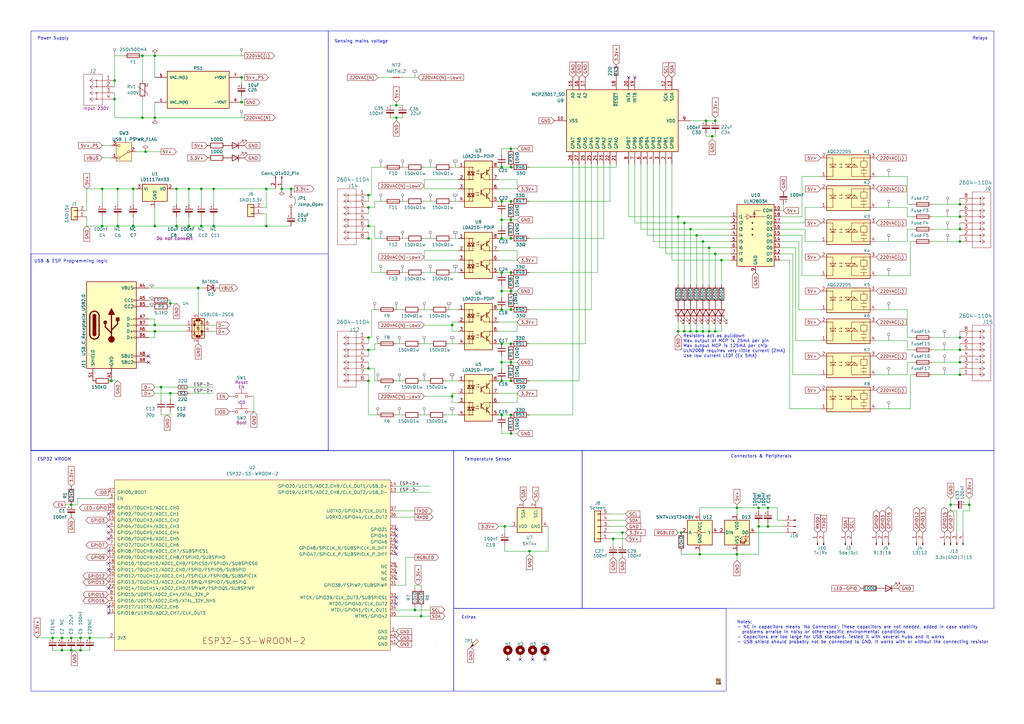
<source format=kicad_sch>
(kicad_sch (version 20231120) (generator "eeschema") (generator_version "8.0")
  (paper "A3")
  (title_block (title "Home Assistant module for lights control") (date "2024-08-07") (rev "20240807.23.8"))
  (junction (at 290.83 135.89))
  (junction (at 209.55 148.59))
  (junction (at 205.74 170.18))
  (junction (at 41.91 92.71))
  (junction (at 77.47 92.71))
  (junction (at 209.55 82.55))
  (junction (at 29.21 207.01))
  (junction (at 205.74 119.38))
  (junction (at 185.42 133.35))
  (junction (at 393.7 99.06))
  (junction (at 205.74 148.59))
  (junction (at 151.13 92.71))
  (junction (at 172.72 252.73))
  (junction (at 209.55 68.58))
  (junction (at 151.13 151.13))
  (junction (at 205.74 111.76))
  (junction (at 314.96 208.28))
  (junction (at 209.55 111.76))
  (junction (at 21.59 261.62))
  (junction (at 119.38 77.47))
  (junction (at 69.85 161.29))
  (junction (at 288.29 135.89))
  (junction (at 295.91 106.68))
  (junction (at 151.13 85.09))
  (junction (at 151.13 97.79))
  (junction (at 285.75 96.52))
  (junction (at 87.63 77.47))
  (junction (at 115.57 77.47))
  (junction (at 72.39 77.47))
  (junction (at 209.55 60.96))
  (junction (at 33.02 261.62))
  (junction (at 289.56 49.53))
  (junction (at 302.26 208.28))
  (junction (at 311.15 215.9))
  (junction (at 87.63 92.71))
  (junction (at 99.06 31.75))
  (junction (at 25.4 266.7))
  (junction (at 151.13 138.43))
  (junction (at 45.72 156.21))
  (junction (at 283.21 135.89))
  (junction (at 251.46 220.98))
  (junction (at 280.67 135.89))
  (junction (at 393.7 143.51))
  (junction (at 209.55 140.97))
  (junction (at 58.42 48.26))
  (junction (at 311.15 208.28))
  (junction (at 389.89 207.01))
  (junction (at 314.96 215.9))
  (junction (at 217.17 226.06))
  (junction (at 280.67 91.44))
  (junction (at 205.74 82.55))
  (junction (at 287.02 227.33))
  (junction (at 48.26 77.47))
  (junction (at 162.56 43.18))
  (junction (at 82.55 77.47))
  (junction (at 278.13 88.9))
  (junction (at 293.37 135.89))
  (junction (at 209.55 170.18))
  (junction (at 209.55 156.21))
  (junction (at 81.28 118.11))
  (junction (at 393.7 88.9))
  (junction (at 59.69 62.23))
  (junction (at 393.7 153.67))
  (junction (at 209.55 97.79))
  (junction (at 25.4 261.62))
  (junction (at 393.7 83.82))
  (junction (at 288.29 99.06))
  (junction (at 293.37 49.53))
  (junction (at 151.13 80.01))
  (junction (at 63.5 48.26))
  (junction (at 48.26 92.71))
  (junction (at 82.55 92.71))
  (junction (at 209.55 177.8))
  (junction (at 205.74 90.17))
  (junction (at 209.55 119.38))
  (junction (at 54.61 77.47))
  (junction (at 209.55 127))
  (junction (at 151.13 156.21))
  (junction (at 185.42 162.56))
  (junction (at 255.27 218.44))
  (junction (at 109.22 92.71))
  (junction (at 29.21 266.7))
  (junction (at 205.74 68.58))
  (junction (at 46.99 40.64))
  (junction (at 63.5 22.86))
  (junction (at 278.13 135.89))
  (junction (at 63.5 92.71))
  (junction (at 63.5 135.89))
  (junction (at 292.1 55.88))
  (junction (at 72.39 92.71))
  (junction (at 393.7 148.59))
  (junction (at 99.06 41.91))
  (junction (at 162.56 48.26))
  (junction (at 397.51 207.01))
  (junction (at 69.85 124.46))
  (junction (at 393.7 138.43))
  (junction (at 29.21 261.62))
  (junction (at 283.21 93.98))
  (junction (at 293.37 104.14))
  (junction (at 109.22 77.47))
  (junction (at 33.02 266.7))
  (junction (at 36.83 261.62))
  (junction (at 207.01 215.9))
  (junction (at 205.74 156.21))
  (junction (at 41.91 77.47))
  (junction (at 46.99 33.02))
  (junction (at 302.26 227.33))
  (junction (at 151.13 143.51))
  (junction (at 58.42 22.86))
  (junction (at 393.7 93.98))
  (junction (at 285.75 135.89))
  (junction (at 54.61 92.71))
  (junction (at 63.5 133.35))
  (junction (at 209.55 90.17))
  (junction (at 205.74 127))
  (junction (at 205.74 140.97))
  (junction (at 66.04 158.75))
  (junction (at 170.18 250.19))
  (junction (at 77.47 77.47))
  (junction (at 290.83 101.6))
  (junction (at 205.74 97.79))
  (junction (at 279.4 218.44))
  (no_connect (at 218.44 270.51))
  (no_connect (at 44.45 218.44))
  (no_connect (at 260.35 31.75))
  (no_connect (at 162.56 222.25))
  (no_connect (at 60.96 148.59))
  (no_connect (at 60.96 146.05))
  (no_connect (at 213.36 270.51))
  (no_connect (at 44.45 226.06))
  (no_connect (at 257.81 31.75))
  (no_connect (at 44.45 251.46))
  (no_connect (at 162.56 247.65))
  (no_connect (at 162.56 227.33))
  (no_connect (at 162.56 245.11))
  (no_connect (at 162.56 219.71))
  (no_connect (at 162.56 217.17))
  (no_connect (at 162.56 224.79))
  (no_connect (at 44.45 210.82))
  (no_connect (at 44.45 233.68))
  (no_connect (at 44.45 231.14))
  (no_connect (at 44.45 241.3))
  (no_connect (at 44.45 215.9))
  (no_connect (at 223.52 270.51))
  (no_connect (at 44.45 220.98))
  (no_connect (at 208.28 270.51))
  (no_connect (at 44.45 248.92))
  (wire (pts (xy 283.21 132.08) (xy 283.21 135.89)))
  (wire (pts (xy 292.1 55.88) (xy 293.37 55.88)))
  (wire (pts (xy 293.37 132.08) (xy 293.37 135.89)))
  (wire (pts (xy 41.91 77.47) (xy 48.26 77.47)))
  (wire (pts (xy 162.56 48.26) (xy 165.1 48.26)))
  (wire (pts (xy 165.1 170.18) (xy 162.56 170.18)))
  (wire (pts (xy 372.11 127) (xy 359.41 127)))
  (wire (pts (xy 207.01 215.9) (xy 209.55 215.9)))
  (wire (pts (xy 15.24 261.62) (xy 21.59 261.62)))
  (wire (pts (xy 204.47 215.9) (xy 207.01 215.9)))
  (wire (pts (xy 393.7 96.52) (xy 393.7 99.06)))
  (wire (pts (xy 328.93 113.03) (xy 336.55 113.03)))
  (wire (pts (xy 72.39 92.71) (xy 77.47 92.71)))
  (wire (pts (xy 35.56 77.47) (xy 41.91 77.47)))
  (wire (pts (xy 224.79 215.9) (xy 224.79 226.06)))
  (wire (pts (xy 109.22 92.71) (xy 119.38 92.71)))
  (wire (pts (xy 374.65 83.82) (xy 372.11 83.82)))
  (wire (pts (xy 279.4 218.44) (xy 278.13 218.44)))
  (wire (pts (xy 242.57 67.31) (xy 242.57 127)))
  (wire (pts (xy 63.5 22.86) (xy 100.33 22.86)))
  (wire (pts (xy 209.55 68.58) (xy 205.74 68.58)))
  (wire (pts (xy 48.26 77.47) (xy 48.26 83.82)))
  (wire (pts (xy 209.55 156.21) (xy 205.74 156.21)))
  (wire (pts (xy 280.67 116.84) (xy 280.67 91.44)))
  (wire (pts (xy 60.96 138.43) (xy 63.5 138.43)))
  (wire (pts (xy 265.43 96.52) (xy 285.75 96.52)))
  (wire (pts (xy 394.97 209.55) (xy 397.51 209.55)))
  (wire (pts (xy 257.81 88.9) (xy 278.13 88.9)))
  (wire (pts (xy 372.11 72.39) (xy 359.41 72.39)))
  (wire (pts (xy 392.43 218.44) (xy 392.43 209.55)))
  (wire (pts (xy 58.42 22.86) (xy 63.5 22.86)))
  (wire (pts (xy 82.55 88.9) (xy 82.55 92.71)))
  (wire (pts (xy 66.04 158.75) (xy 72.39 158.75)))
  (wire (pts (xy 166.37 228.6) (xy 170.18 228.6)))
  (wire (pts (xy 41.91 92.71) (xy 48.26 92.71)))
  (wire (pts (xy 327.66 127) (xy 336.55 127)))
  (wire (pts (xy 152.4 127) (xy 154.94 127)))
  (wire (pts (xy 205.74 140.97) (xy 204.47 140.97)))
  (wire (pts (xy 153.67 151.13) (xy 151.13 151.13)))
  (wire (pts (xy 273.05 104.14) (xy 293.37 104.14)))
  (wire (pts (xy 184.15 127) (xy 187.96 127)))
  (wire (pts (xy 63.5 133.35) (xy 63.5 130.81)))
  (wire (pts (xy 162.56 201.93) (xy 176.53 201.93)))
  (wire (pts (xy 314.96 208.28) (xy 318.77 208.28)))
  (wire (pts (xy 325.12 153.67) (xy 325.12 104.14)))
  (wire (pts (xy 275.59 106.68) (xy 295.91 106.68)))
  (wire (pts (xy 162.56 240.03) (xy 166.37 240.03)))
  (wire (pts (xy 287.02 208.28) (xy 302.26 208.28)))
  (wire (pts (xy 63.5 130.81) (xy 60.96 130.81)))
  (wire (pts (xy 373.38 153.67) (xy 373.38 167.64)))
  (wire (pts (xy 58.42 33.02) (xy 58.42 22.86)))
  (wire (pts (xy 209.55 177.8) (xy 205.74 177.8)))
  (wire (pts (xy 45.72 156.21) (xy 48.26 156.21)))
  (wire (pts (xy 302.26 227.33) (xy 311.15 227.33)))
  (wire (pts (xy 372.11 99.06) (xy 372.11 93.98)))
  (wire (pts (xy 320.04 93.98) (xy 330.2 93.98)))
  (wire (pts (xy 153.67 140.97) (xy 153.67 143.51)))
  (wire (pts (xy 153.67 85.09) (xy 151.13 85.09)))
  (wire (pts (xy 54.61 92.71) (xy 63.5 92.71)))
  (wire (pts (xy 283.21 135.89) (xy 285.75 135.89)))
  (wire (pts (xy 115.57 77.47) (xy 119.38 77.47)))
  (wire (pts (xy 374.65 138.43) (xy 372.11 138.43)))
  (wire (pts (xy 311.15 215.9) (xy 314.96 215.9)))
  (wire (pts (xy 373.38 113.03) (xy 359.41 113.03)))
  (wire (pts (xy 372.11 143.51) (xy 372.11 139.7)))
  (wire (pts (xy 35.56 86.36) (xy 35.56 77.47)))
  (wire (pts (xy 252.73 67.31) (xy 252.73 68.58)))
  (wire (pts (xy 255.27 218.44) (xy 256.54 218.44)))
  (wire (pts (xy 393.7 86.36) (xy 393.7 88.9)))
  (wire (pts (xy 205.74 119.38) (xy 205.74 116.84)))
  (wire (pts (xy 327.66 99.06) (xy 327.66 127)))
  (wire (pts (xy 280.67 132.08) (xy 280.67 135.89)))
  (wire (pts (xy 48.26 92.71) (xy 54.61 92.71)))
  (wire (pts (xy 280.67 91.44) (xy 299.72 91.44)))
  (wire (pts (xy 212.09 77.47) (xy 204.47 77.47)))
  (wire (pts (xy 77.47 88.9) (xy 77.47 92.71)))
  (wire (pts (xy 176.53 250.19) (xy 170.18 250.19)))
  (wire (pts (xy 41.91 88.9) (xy 41.91 92.71)))
  (wire (pts (xy 151.13 97.79) (xy 151.13 95.25)))
  (wire (pts (xy 153.67 97.79) (xy 157.48 97.79)))
  (wire (pts (xy 207.01 226.06) (xy 217.17 226.06)))
  (wire (pts (xy 287.02 226.06) (xy 287.02 227.33)))
  (wire (pts (xy 86.36 135.89) (xy 88.9 135.89)))
  (wire (pts (xy 320.04 91.44) (xy 330.2 91.44)))
  (wire (pts (xy 58.42 40.64) (xy 58.42 48.26)))
  (wire (pts (xy 209.55 148.59) (xy 205.74 148.59)))
  (wire (pts (xy 287.02 208.28) (xy 287.02 210.82)))
  (wire (pts (xy 205.74 151.13) (xy 205.74 148.59)))
  (wire (pts (xy 77.47 77.47) (xy 77.47 83.82)))
  (wire (pts (xy 205.74 68.58) (xy 204.47 68.58)))
  (wire (pts (xy 273.05 67.31) (xy 273.05 104.14)))
  (wire (pts (xy 279.4 227.33) (xy 287.02 227.33)))
  (wire (pts (xy 302.26 227.33) (xy 302.26 229.87)))
  (wire (pts (xy 160.02 48.26) (xy 162.56 48.26)))
  (wire (pts (xy 374.65 88.9) (xy 372.11 88.9)))
  (wire (pts (xy 205.74 92.71) (xy 205.74 90.17)))
  (wire (pts (xy 209.55 111.76) (xy 205.74 111.76)))
  (wire (pts (xy 245.11 67.31) (xy 245.11 111.76)))
  (wire (pts (xy 46.99 38.1) (xy 46.99 40.64)))
  (wire (pts (xy 372.11 93.98) (xy 374.65 93.98)))
  (wire (pts (xy 311.15 208.28) (xy 314.96 208.28)))
  (wire (pts (xy 288.29 99.06) (xy 288.29 116.84)))
  (wire (pts (xy 21.59 261.62) (xy 25.4 261.62)))
  (wire (pts (xy 393.7 138.43) (xy 382.27 138.43)))
  (wire (pts (xy 217.17 127) (xy 242.57 127)))
  (wire (pts (xy 393.7 153.67) (xy 382.27 153.67)))
  (wire (pts (xy 205.74 63.5) (xy 205.74 60.96)))
  (wire (pts (xy 99.06 39.37) (xy 99.06 41.91)))
  (wire (pts (xy 153.67 82.55) (xy 157.48 82.55)))
  (wire (pts (xy 393.7 148.59) (xy 382.27 148.59)))
  (wire (pts (xy 393.7 153.67) (xy 393.7 151.13)))
  (wire (pts (xy 257.81 67.31) (xy 257.81 88.9)))
  (wire (pts (xy 165.1 140.97) (xy 162.56 140.97)))
  (wire (pts (xy 392.43 209.55) (xy 389.89 209.55)))
  (wire (pts (xy 66.04 158.75) (xy 66.04 163.83)))
  (wire (pts (xy 166.37 240.03) (xy 166.37 228.6)))
  (wire (pts (xy 293.37 48.26) (xy 293.37 49.53)))
  (wire (pts (xy 63.5 48.26) (xy 100.33 48.26)))
  (wire (pts (xy 77.47 77.47) (xy 82.55 77.47)))
  (wire (pts (xy 209.55 119.38) (xy 212.09 119.38)))
  (wire (pts (xy 275.59 67.31) (xy 275.59 106.68)))
  (wire (pts (xy 26.67 207.01) (xy 29.21 207.01)))
  (wire (pts (xy 256.54 215.9) (xy 250.19 215.9)))
  (wire (pts (xy 311.15 227.33) (xy 311.15 215.9)))
  (wire (pts (xy 321.31 86.36) (xy 320.04 86.36)))
  (wire (pts (xy 72.39 77.47) (xy 77.47 77.47)))
  (wire (pts (xy 212.09 102.87) (xy 204.47 102.87)))
  (wire (pts (xy 59.69 62.23) (xy 66.04 62.23)))
  (wire (pts (xy 393.7 135.89) (xy 393.7 138.43)))
  (wire (pts (xy 318.77 208.28) (xy 318.77 213.36)))
  (wire (pts (xy 217.17 226.06) (xy 217.17 227.33)))
  (wire (pts (xy 107.95 87.63) (xy 109.22 87.63)))
  (wire (pts (xy 212.09 77.47) (xy 212.09 73.66)))
  (wire (pts (xy 240.03 67.31) (xy 240.03 140.97)))
  (wire (pts (xy 185.42 133.35) (xy 185.42 132.08)))
  (wire (pts (xy 151.13 82.55) (xy 151.13 80.01)))
  (wire (pts (xy 224.79 226.06) (xy 217.17 226.06)))
  (wire (pts (xy 36.83 261.62) (xy 44.45 261.62)))
  (wire (pts (xy 217.17 82.55) (xy 250.19 82.55)))
  (wire (pts (xy 152.4 80.01) (xy 151.13 80.01)))
  (wire (pts (xy 212.09 165.1) (xy 204.47 165.1)))
  (wire (pts (xy 177.8 111.76) (xy 173.99 111.76)))
  (wire (pts (xy 289.56 54.61) (xy 289.56 55.88)))
  (wire (pts (xy 176.53 140.97) (xy 172.72 140.97)))
  (wire (pts (xy 314.96 215.9) (xy 321.31 215.9)))
  (wire (pts (xy 207.01 223.52) (xy 207.01 226.06)))
  (wire (pts (xy 330.2 85.09) (xy 330.2 91.44)))
  (wire (pts (xy 217.17 97.79) (xy 247.65 97.79)))
  (wire (pts (xy 288.29 135.89) (xy 290.83 135.89)))
  (wire (pts (xy 374.65 143.51) (xy 372.11 143.51)))
  (wire (pts (xy 302.26 226.06) (xy 302.26 227.33)))
  (wire (pts (xy 288.29 132.08) (xy 288.29 135.89)))
  (wire (pts (xy 359.41 153.67) (xy 372.11 153.67)))
  (wire (pts (xy 153.67 82.55) (xy 153.67 85.09)))
  (wire (pts (xy 212.09 106.68) (xy 212.09 102.87)))
  (wire (pts (xy 397.51 207.01) (xy 396.24 207.01)))
  (wire (pts (xy 87.63 77.47) (xy 109.22 77.47)))
  (wire (pts (xy 33.02 266.7) (xy 36.83 266.7)))
  (wire (pts (xy 359.41 99.06) (xy 372.11 99.06)))
  (wire (pts (xy 314.96 209.55) (xy 314.96 208.28)))
  (wire (pts (xy 234.95 67.31) (xy 234.95 170.18)))
  (wire (pts (xy 217.17 68.58) (xy 252.73 68.58)))
  (wire (pts (xy 104.14 162.56) (xy 104.14 168.91)))
  (wire (pts (xy 69.85 168.91) (xy 69.85 170.18)))
  (wire (pts (xy 48.26 77.47) (xy 54.61 77.47)))
  (wire (pts (xy 54.61 77.47) (xy 55.88 77.47)))
  (wire (pts (xy 323.85 106.68) (xy 323.85 167.64)))
  (wire (pts (xy 35.56 92.71) (xy 41.91 92.71)))
  (polyline (pts (xy 401.32 147.32) (xy 400.05 147.32)))
  (wire (pts (xy 151.13 87.63) (xy 151.13 85.09)))
  (wire (pts (xy 151.13 92.71) (xy 151.13 90.17)))
  (wire (pts (xy 66.04 170.18) (xy 69.85 170.18)))
  (wire (pts (xy 217.17 156.21) (xy 237.49 156.21)))
  (wire (pts (xy 82.55 77.47) (xy 82.55 83.82)))
  (wire (pts (xy 302.26 208.28) (xy 302.26 210.82)))
  (wire (pts (xy 311.15 209.55) (xy 311.15 208.28)))
  (wire (pts (xy 46.99 40.64) (xy 46.99 48.26)))
  (wire (pts (xy 176.53 252.73) (xy 172.72 252.73)))
  (wire (pts (xy 205.74 127) (xy 209.55 127)))
  (wire (pts (xy 374.65 153.67) (xy 373.38 153.67)))
  (wire (pts (xy 69.85 123.19) (xy 69.85 124.46)))
  (wire (pts (xy 372.11 139.7) (xy 359.41 139.7)))
  (wire (pts (xy 270.51 101.6) (xy 290.83 101.6)))
  (wire (pts (xy 185.42 68.58) (xy 187.96 68.58)))
  (wire (pts (xy 29.21 261.62) (xy 33.02 261.62)))
  (wire (pts (xy 328.93 88.9) (xy 320.04 88.9)))
  (wire (pts (xy 205.74 177.8) (xy 205.74 175.26)))
  (wire (pts (xy 182.88 156.21) (xy 187.96 156.21)))
  (wire (pts (xy 237.49 67.31) (xy 237.49 156.21)))
  (wire (pts (xy 280.67 135.89) (xy 283.21 135.89)))
  (wire (pts (xy 63.5 85.09) (xy 63.5 92.71)))
  (wire (pts (xy 153.67 156.21) (xy 153.67 151.13)))
  (wire (pts (xy 320.04 99.06) (xy 327.66 99.06)))
  (wire (pts (xy 173.99 73.66) (xy 187.96 73.66)))
  (wire (pts (xy 185.42 161.29) (xy 187.96 161.29)))
  (wire (pts (xy 69.85 124.46) (xy 69.85 125.73)))
  (wire (pts (xy 309.88 218.44) (xy 321.31 218.44)))
  (wire (pts (xy 185.42 97.79) (xy 187.96 97.79)))
  (wire (pts (xy 212.09 73.66) (xy 204.47 73.66)))
  (wire (pts (xy 250.19 67.31) (xy 250.19 82.55)))
  (wire (pts (xy 260.35 91.44) (xy 280.67 91.44)))
  (wire (pts (xy 119.38 77.47) (xy 120.65 77.47)))
  (wire (pts (xy 166.37 111.76) (xy 165.1 111.76)))
  (wire (pts (xy 182.88 170.18) (xy 187.96 170.18)))
  (wire (pts (xy 295.91 135.89) (xy 295.91 132.08)))
  (wire (pts (xy 152.4 68.58) (xy 157.48 68.58)))
  (wire (pts (xy 389.89 209.55) (xy 389.89 207.01)))
  (wire (pts (xy 25.4 261.62) (xy 29.21 261.62)))
  (wire (pts (xy 209.55 170.18) (xy 205.74 170.18)))
  (wire (pts (xy 205.74 82.55) (xy 204.47 82.55)))
  (wire (pts (xy 82.55 77.47) (xy 87.63 77.47)))
  (wire (pts (xy 175.26 170.18) (xy 172.72 170.18)))
  (wire (pts (xy 372.11 85.09) (xy 359.41 85.09)))
  (wire (pts (xy 62.23 123.19) (xy 60.96 123.19)))
  (wire (pts (xy 293.37 104.14) (xy 299.72 104.14)))
  (wire (pts (xy 170.18 250.19) (xy 162.56 250.19)))
  (wire (pts (xy 212.09 177.8) (xy 209.55 177.8)))
  (wire (pts (xy 293.37 135.89) (xy 295.91 135.89)))
  (wire (pts (xy 87.63 88.9) (xy 87.63 92.71)))
  (wire (pts (xy 372.11 138.43) (xy 372.11 127)))
  (wire (pts (xy 173.99 102.87) (xy 187.96 102.87)))
  (wire (pts (xy 151.13 170.18) (xy 154.94 170.18)))
  (wire (pts (xy 374.65 99.06) (xy 373.38 99.06)))
  (wire (pts (xy 256.54 210.82) (xy 250.19 210.82)))
  (wire (pts (xy 185.42 135.89) (xy 185.42 133.35)))
  (wire (pts (xy 69.85 124.46) (xy 72.39 124.46)))
  (wire (pts (xy 77.47 92.71) (xy 82.55 92.71)))
  (wire (pts (xy 151.13 156.21) (xy 151.13 170.18)))
  (wire (pts (xy 87.63 77.47) (xy 87.63 83.82)))
  (wire (pts (xy 151.13 146.05) (xy 151.13 143.51)))
  (wire (pts (xy 165.1 156.21) (xy 162.56 156.21)))
  (wire (pts (xy 321.31 213.36) (xy 318.77 213.36)))
  (wire (pts (xy 152.4 97.79) (xy 152.4 111.76)))
  (wire (pts (xy 247.65 67.31) (xy 247.65 97.79)))
  (wire (pts (xy 205.74 121.92) (xy 205.74 119.38)))
  (wire (pts (xy 173.99 73.66) (xy 173.99 77.47)))
  (wire (pts (xy 212.09 135.89) (xy 212.09 132.08)))
  (wire (pts (xy 256.54 213.36) (xy 250.19 213.36)))
  (wire (pts (xy 166.37 97.79) (xy 165.1 97.79)))
  (wire (pts (xy 99.06 31.75) (xy 100.33 31.75)))
  (wire (pts (xy 69.85 161.29) (xy 72.39 161.29)))
  (wire (pts (xy 162.56 199.39) (xy 176.53 199.39)))
  (wire (pts (xy 290.83 132.08) (xy 290.83 135.89)))
  (wire (pts (xy 185.42 132.08) (xy 187.96 132.08)))
  (wire (pts (xy 35.56 88.9) (xy 35.56 92.71)))
  (wire (pts (xy 46.99 33.02) (xy 46.99 22.86)))
  (wire (pts (xy 288.29 99.06) (xy 299.72 99.06)))
  (wire (pts (xy 205.74 148.59) (xy 205.74 146.05)))
  (wire (pts (xy 212.09 106.68) (xy 204.47 106.68)))
  (wire (pts (xy 185.42 165.1) (xy 185.42 162.56)))
  (wire (pts (xy 393.7 140.97) (xy 393.7 143.51)))
  (wire (pts (xy 41.91 64.77) (xy 45.72 64.77)))
  (wire (pts (xy 212.09 161.29) (xy 204.47 161.29)))
  (wire (pts (xy 212.09 148.59) (xy 209.55 148.59)))
  (wire (pts (xy 21.59 266.7) (xy 25.4 266.7)))
  (wire (pts (xy 302.26 207.01) (xy 302.26 208.28)))
  (wire (pts (xy 285.75 116.84) (xy 285.75 96.52)))
  (wire (pts (xy 283.21 49.53) (xy 289.56 49.53)))
  (wire (pts (xy 323.85 167.64) (xy 336.55 167.64)))
  (wire (pts (xy 151.13 151.13) (xy 151.13 148.59)))
  (wire (pts (xy 87.63 158.75) (xy 77.47 158.75)))
  (wire (pts (xy 162.56 41.91) (xy 162.56 43.18)))
  (wire (pts (xy 382.27 88.9) (xy 393.7 88.9)))
  (wire (pts (xy 151.13 140.97) (xy 151.13 138.43)))
  (wire (pts (xy 173.99 106.68) (xy 187.96 106.68)))
  (wire (pts (xy 321.31 86.36) (xy 321.31 83.82)))
  (wire (pts (xy 173.99 102.87) (xy 173.99 106.68)))
  (wire (pts (xy 279.4 226.06) (xy 279.4 227.33)))
  (wire (pts (xy 60.96 135.89) (xy 63.5 135.89)))
  (wire (pts (xy 209.55 90.17) (xy 205.74 90.17)))
  (wire (pts (xy 326.39 139.7) (xy 336.55 139.7)))
  (wire (pts (xy 63.5 41.91) (xy 63.5 48.26)))
  (wire (pts (xy 270.51 67.31) (xy 270.51 101.6)))
  (wire (pts (xy 278.13 135.89) (xy 280.67 135.89)))
  (wire (pts (xy 290.83 101.6) (xy 299.72 101.6)))
  (wire (pts (xy 285.75 132.08) (xy 285.75 135.89)))
  (wire (pts (xy 207.01 215.9) (xy 207.01 218.44)))
  (wire (pts (xy 54.61 83.82) (xy 54.61 77.47)))
  (wire (pts (xy 41.91 77.47) (xy 41.91 83.82)))
  (wire (pts (xy 185.42 82.55) (xy 187.96 82.55)))
  (wire (pts (xy 99.06 31.75) (xy 99.06 34.29)))
  (wire (pts (xy 336.55 72.39) (xy 328.93 72.39)))
  (wire (pts (xy 33.02 261.62) (xy 36.83 261.62)))
  (wire (pts (xy 262.89 67.31) (xy 262.89 93.98)))
  (wire (pts (xy 63.5 22.86) (xy 63.5 31.75)))
  (wire (pts (xy 176.53 127) (xy 172.72 127)))
  (wire (pts (xy 320.04 96.52) (xy 328.93 96.52)))
  (wire (pts (xy 152.4 127) (xy 152.4 138.43)))
  (wire (pts (xy 393.7 91.44) (xy 393.7 93.98)))
  (wire (pts (xy 81.28 118.11) (xy 82.55 118.11)))
  (wire (pts (xy 278.13 88.9) (xy 278.13 116.84)))
  (wire (pts (xy 330.2 93.98) (xy 330.2 99.06)))
  (wire (pts (xy 109.22 77.47) (xy 113.03 77.47)))
  (wire (pts (xy 372.11 83.82) (xy 372.11 72.39)))
  (wire (pts (xy 217.17 170.18) (xy 234.95 170.18)))
  (wire (pts (xy 251.46 220.98) (xy 256.54 220.98)))
  (wire (pts (xy 172.72 252.73) (xy 162.56 252.73)))
  (wire (pts (xy 382.27 83.82) (xy 393.7 83.82)))
  (wire (pts (xy 212.09 135.89) (xy 204.47 135.89)))
  (wire (pts (xy 63.5 161.29) (xy 69.85 161.29)))
  (wire (pts (xy 212.09 90.17) (xy 209.55 90.17)))
  (wire (pts (xy 165.1 31.75) (xy 171.45 31.75)))
  (wire (pts (xy 325.12 153.67) (xy 336.55 153.67)))
  (wire (pts (xy 205.74 127) (xy 204.47 127)))
  (wire (pts (xy 393.7 143.51) (xy 382.27 143.51)))
  (wire (pts (xy 173.99 68.58) (xy 177.8 68.58)))
  (wire (pts (xy 31.75 204.47) (xy 44.45 204.47)))
  (wire (pts (xy 292.1 55.88) (xy 292.1 57.15)))
  (wire (pts (xy 293.37 104.14) (xy 293.37 116.84)))
  (wire (pts (xy 267.97 99.06) (xy 288.29 99.06)))
  (wire (pts (xy 289.56 49.53) (xy 293.37 49.53)))
  (wire (pts (xy 175.26 156.21) (xy 172.72 156.21)))
  (polyline (pts (xy 179.07 264.16) (xy 179.07 264.16)))
  (wire (pts (xy 283.21 93.98) (xy 283.21 116.84)))
  (wire (pts (xy 185.42 111.76) (xy 187.96 111.76)))
  (wire (pts (xy 165.1 127) (xy 162.56 127)))
  (wire (pts (xy 278.13 135.89) (xy 278.13 137.16)))
  (wire (pts (xy 212.09 60.96) (xy 209.55 60.96)))
  (wire (pts (xy 382.27 93.98) (xy 393.7 93.98)))
  (wire (pts (xy 71.12 77.47) (xy 72.39 77.47)))
  (wire (pts (xy 172.72 240.03) (xy 170.18 240.03)))
  (wire (pts (xy 152.4 97.79) (xy 151.13 97.79)))
  (wire (pts (xy 372.11 153.67) (xy 372.11 148.59)))
  (wire (pts (xy 170.18 209.55) (xy 162.56 209.55)))
  (wire (pts (xy 153.67 143.51) (xy 151.13 143.51)))
  (wire (pts (xy 394.97 218.44) (xy 394.97 209.55)))
  (wire (pts (xy 217.17 111.76) (xy 245.11 111.76)))
  (wire (pts (xy 166.37 82.55) (xy 165.1 82.55)))
  (wire (pts (xy 172.72 241.3) (xy 172.72 240.03)))
  (wire (pts (xy 267.97 67.31) (xy 267.97 99.06)))
  (wire (pts (xy 54.61 88.9) (xy 54.61 92.71)))
  (wire (pts (xy 153.67 156.21) (xy 154.94 156.21)))
  (wire (pts (xy 293.37 55.88) (xy 293.37 54.61)))
  (wire (pts (xy 287.02 227.33) (xy 302.26 227.33)))
  (wire (pts (xy 31.75 204.47) (xy 31.75 207.01)))
  (wire (pts (xy 205.74 170.18) (xy 204.47 170.18)))
  (wire (pts (xy 86.36 133.35) (xy 88.9 133.35)))
  (wire (pts (xy 320.04 106.68) (xy 323.85 106.68)))
  (wire (pts (xy 185.42 162.56) (xy 185.42 161.29)))
  (wire (pts (xy 41.91 59.69) (xy 45.72 59.69)))
  (wire (pts (xy 153.67 92.71) (xy 151.13 92.71)))
  (wire (pts (xy 391.16 207.01) (xy 389.89 207.01)))
  (wire (pts (xy 285.75 96.52) (xy 299.72 96.52)))
  (wire (pts (xy 153.67 140.97) (xy 154.94 140.97)))
  (wire (pts (xy 87.63 92.71) (xy 109.22 92.71)))
  (wire (pts (xy 373.38 99.06) (xy 373.38 113.03)))
  (wire (pts (xy 46.99 48.26) (xy 58.42 48.26)))
  (wire (pts (xy 162.56 43.18) (xy 165.1 43.18)))
  (wire (pts (xy 393.7 81.28) (xy 393.7 83.82)))
  (wire (pts (xy 372.11 88.9) (xy 372.11 85.09)))
  (wire (pts (xy 87.63 161.29) (xy 77.47 161.29)))
  (wire (pts (xy 262.89 93.98) (xy 283.21 93.98)))
  (wire (pts (xy 81.28 118.11) (xy 81.28 128.27)))
  (wire (pts (xy 260.35 67.31) (xy 260.35 91.44)))
  (wire (pts (xy 151.13 153.67) (xy 151.13 156.21)))
  (wire (pts (xy 46.99 22.86) (xy 50.8 22.86)))
  (wire (pts (xy 209.55 82.55) (xy 205.74 82.55)))
  (wire (pts (xy 205.74 119.38) (xy 209.55 119.38)))
  (wire (pts (xy 255.27 218.44) (xy 250.19 218.44)))
  (wire (pts (xy 397.51 204.47) (xy 397.51 207.01)))
  (wire (pts (xy 372.11 148.59) (xy 374.65 148.59)))
  (wire (pts (xy 99.06 41.91) (xy 100.33 41.91)))
  (wire (pts (xy 109.22 85.09) (xy 109.22 77.47)))
  (wire (pts (xy 152.4 68.58) (xy 152.4 80.01)))
  (wire (pts (xy 60.96 133.35) (xy 63.5 133.35)))
  (wire (pts (xy 177.8 82.55) (xy 173.99 82.55)))
  (wire (pts (xy 290.83 101.6) (xy 290.83 116.84)))
  (wire (pts (xy 382.27 99.06) (xy 393.7 99.06)))
  (wire (pts (xy 29.21 266.7) (xy 33.02 266.7)))
  (wire (pts (xy 295.91 106.68) (xy 299.72 106.68)))
  (wire (pts (xy 160.02 43.18) (xy 162.56 43.18)))
  (wire (pts (xy 326.39 101.6) (xy 326.39 139.7)))
  (wire (pts (xy 330.2 85.09) (xy 336.55 85.09)))
  (wire (pts (xy 76.2 135.89) (xy 63.5 135.89)))
  (wire (pts (xy 60.96 118.11) (xy 81.28 118.11)))
  (wire (pts (xy 209.55 140.97) (xy 205.74 140.97)))
  (wire (pts (xy 152.4 138.43) (xy 151.13 138.43)))
  (wire (pts (xy 162.56 48.26) (xy 162.56 49.53)))
  (wire (pts (xy 389.89 204.47) (xy 389.89 207.01)))
  (wire (pts (xy 212.09 132.08) (xy 204.47 132.08)))
  (wire (pts (xy 184.15 140.97) (xy 187.96 140.97)))
  (wire (pts (xy 393.7 146.05) (xy 393.7 148.59)))
  (wire (pts (xy 55.88 62.23) (xy 59.69 62.23)))
  (wire (pts (xy 172.72 248.92) (xy 172.72 252.73)))
  (wire (pts (xy 173.99 77.47) (xy 187.96 77.47)))
  (wire (pts (xy 320.04 101.6) (xy 326.39 101.6)))
  (wire (pts (xy 187.96 165.1) (xy 185.42 165.1)))
  (wire (pts (xy 290.83 135.89) (xy 293.37 135.89)))
  (wire (pts (xy 170.18 240.03) (xy 170.18 241.3)))
  (wire (pts (xy 285.75 135.89) (xy 288.29 135.89)))
  (wire (pts (xy 212.09 165.1) (xy 212.09 161.29)))
  (wire (pts (xy 170.18 248.92) (xy 170.18 250.19)))
  (wire (pts (xy 173.99 133.35) (xy 185.42 133.35)))
  (wire (pts (xy 177.8 97.79) (xy 173.99 97.79)))
  (wire (pts (xy 46.99 33.02) (xy 46.99 35.56)))
  (wire (pts (xy 154.94 31.75) (xy 160.02 31.75)))
  (wire (pts (xy 255.27 218.44) (xy 255.27 223.52)))
  (wire (pts (xy 251.46 220.98) (xy 250.19 220.98)))
  (wire (pts (xy 69.85 161.29) (xy 69.85 163.83)))
  (wire (pts (xy 48.26 88.9) (xy 48.26 92.71)))
  (wire (pts (xy 76.2 133.35) (xy 63.5 133.35)))
  (wire (pts (xy 152.4 111.76) (xy 157.48 111.76)))
  (wire (pts (xy 397.51 209.55) (xy 397.51 207.01)))
  (wire (pts (xy 205.74 90.17) (xy 205.74 87.63)))
  (wire (pts (xy 62.23 125.73) (xy 60.96 125.73)))
  (wire (pts (xy 63.5 138.43) (xy 63.5 135.89)))
  (wire (pts (xy 314.96 214.63) (xy 314.96 215.9)))
  (wire (pts (xy 31.75 207.01) (xy 29.21 207.01)))
  (wire (pts (xy 82.55 92.71) (xy 87.63 92.71)))
  (wire (pts (xy 153.67 97.79) (xy 153.67 92.71)))
  (wire (pts (xy 278.13 132.08) (xy 278.13 135.89)))
  (wire (pts (xy 205.74 156.21) (xy 204.47 156.21)))
  (wire (pts (xy 72.39 88.9) (xy 72.39 92.71)))
  (wire (pts (xy 278.13 88.9) (xy 299.72 88.9)))
  (wire (pts (xy 63.5 92.71) (xy 72.39 92.71)))
  (wire (pts (xy 170.18 212.09) (xy 162.56 212.09)))
  (wire (pts (xy 373.38 167.64) (xy 359.41 167.64)))
  (wire (pts (xy 63.5 158.75) (xy 66.04 158.75)))
  (wire (pts (xy 265.43 67.31) (xy 265.43 96.52)))
  (wire (pts (xy 205.74 97.79) (xy 204.47 97.79)))
  (wire (pts (xy 336.55 99.06) (xy 330.2 99.06)))
  (wire (pts (xy 289.56 55.88) (xy 292.1 55.88)))
  (wire (pts (xy 72.39 77.47) (xy 72.39 83.82)))
  (wire (pts (xy 58.42 48.26) (xy 63.5 48.26)))
  (wire (pts (xy 209.55 97.79) (xy 205.74 97.79)))
  (wire (pts (xy 109.22 87.63) (xy 109.22 92.71)))
  (wire (pts (xy 205.74 60.96) (xy 209.55 60.96)))
  (wire (pts (xy 205.74 111.76) (xy 204.47 111.76)))
  (wire (pts (xy 187.96 135.89) (xy 185.42 135.89)))
  (wire (pts (xy 302.26 208.28) (xy 311.15 208.28)))
  (wire (pts (xy 311.15 214.63) (xy 311.15 215.9)))
  (wire (pts (xy 328.93 72.39) (xy 328.93 88.9)))
  (wire (pts (xy 66.04 168.91) (xy 66.04 170.18)))
  (wire (pts (xy 107.95 85.09) (xy 109.22 85.09)))
  (wire (pts (xy 295.91 106.68) (xy 295.91 116.84)))
  (wire (pts (xy 251.46 223.52) (xy 251.46 220.98)))
  (wire (pts (xy 325.12 104.14) (xy 320.04 104.14)))
  (wire (pts (xy 328.93 96.52) (xy 328.93 113.03)))
  (wire (pts (xy 283.21 93.98) (xy 299.72 93.98)))
  (wire (pts (xy 25.4 266.7) (xy 29.21 266.7)))
  (wire (pts (xy 217.17 140.97) (xy 240.03 140.97)))
  (wire (pts (xy 166.37 68.58) (xy 165.1 68.58)))
  (wire (pts (xy 173.99 162.56) (xy 185.42 162.56)))
  (rectangle (start 12.7 104.14) (end 134.62 184.785))
  (rectangle (start 12.7 12.7) (end 134.62 184.785))
  (rectangle (start 186.055 249.555) (end 297.815 283.464))
  (rectangle (start 186.055 184.785) (end 238.76 249.555))
  (rectangle (start 134.62 12.7) (end 407.67 184.785))
  (rectangle (start 12.7 184.785) (end 186.055 283.464))
  (rectangle (start 238.76 184.785) (end 407.67 249.555))
  (image (at 294.64 279.4) (scale 0.0124387))
  (text "USB & ESP Programming logic" (at 13.97 107.95 0) (effects (font (size 1.27 1.27)) (justify left bottom)))
  (text "Relays" (at 398.78 16.51 0) (effects (font (size 1.27 1.27)) (justify left bottom)))
  (text "Temperature Sensor" (at 190.5 189.23 0) (effects (font (size 1.27 1.27)) (justify left bottom)))
  (text "Power Supply" (at 15.24 16.51 0) (effects (font (size 1.27 1.27)) (justify left bottom)))
  (text "Extras" (at 189.23 254 0) (effects (font (size 1.27 1.27)) (justify left bottom)))
  (text "Resistors act as pulldown\nMax output of MCP is 25mA per pin\nMax output MCP is 125mA per chip\nULN2008 requires very little current (2mA)\nUse low current LED! (Ex 5mA)\n\n" (at 280.162 143.002 0) (effects (font (size 1.27 1.27)) (justify left)))
  (text "Connectors & Peripherals" (at 299.72 187.96 0) (effects (font (size 1.27 1.27)) (justify left bottom)))
  (text "ESP32 WROOM\n" (at 15.24 189.23 0) (effects (font (size 1.27 1.27)) (justify left bottom)))
  (text "Notes:\n- NC in capacitors means 'No Connected'. These capacitors are not needed, added in case stability \n  problems arraise in noisy or other specific environmental conditions\n- Capacitors are too large for USB standard. Tested it with several hubs and it works\n- USB shield should probably not be connected to GND. It works with or without the connecting resistor" (at 302.26 264.16 0) (effects (font (size 1.27 1.27)) (justify left bottom)))
  (text "Sensing mains voltage" (at 137.16 17.78 0) (effects (font (size 1.27 1.27)) (justify left bottom)))
  (label "ESP-D+" (at 163.83 199.39 0))
  (label "ESP-D-" (at 163.83 201.93 0))
  (label "ESP-D-" (at 87.63 158.75 180))
  (label "ESP-D+" (at 87.63 161.29 180))
  (global_label "5V+" (shape input) (at 256.54 220.98 0) (property "Intersheetrefs" "${INTERSHEET_REFS}" (effects (hide yes))))
  (global_label "GND" (shape input) (at 234.95 31.75 90) (property "Intersheetrefs" "${INTERSHEET_REFS}" (effects (hide yes))))
  (global_label "3.3V+" (shape input) (at 29.21 199.39 90) (property "Intersheetrefs" "${INTERSHEET_REFS}" (effects (hide yes))))
  (global_label "GND" (shape input) (at 68.58 170.18 270) (property "Intersheetrefs" "${INTERSHEET_REFS}" (effects (hide yes))))
  (global_label "GPIO9" (shape bidirectional) (at 359.41 218.44 90) (property "Intersheetrefs" "${INTERSHEET_REFS}" (effects (hide yes))))
  (global_label "GND" (shape input) (at 162.56 259.08 0) (property "Intersheetrefs" "${INTERSHEET_REFS}" (effects (hide yes))))
  (global_label "GND" (shape input) (at 212.09 119.38 0) (property "Intersheetrefs" "${INTERSHEET_REFS}" (effects (hide yes))))
  (global_label "5V+" (shape input) (at 162.56 41.91 90) (property "Intersheetrefs" "${INTERSHEET_REFS}" (effects (hide yes))))
  (global_label "220VAC(L)" (shape output) (at 100.33 22.86 0) (property "Intersheetrefs" "${INTERSHEET_REFS}" (effects (hide yes))))
  (global_label "VBUS" (shape input) (at 41.91 64.77 180) (property "Intersheetrefs" "${INTERSHEET_REFS}" (effects (hide yes))))
  (global_label "EN" (shape output) (at 26.67 207.01 180) (property "Intersheetrefs" "${INTERSHEET_REFS}" (effects (hide yes))))
  (global_label "5V+" (shape input) (at 336.55 77.47 180) (property "Intersheetrefs" "${INTERSHEET_REFS}" (effects (hide yes))))
  (global_label "GND" (shape input) (at 227.33 49.53 180) (property "Intersheetrefs" "${INTERSHEET_REFS}" (effects (hide yes))))
  (global_label "220VAC(L)" (shape input) (at 359.41 105.41 0) (property "Intersheetrefs" "${INTERSHEET_REFS}" (effects (hide yes))))
  (global_label "GND" (shape input) (at 389.89 204.47 90) (property "Intersheetrefs" "${INTERSHEET_REFS}" (effects (hide yes))))
  (global_label "5V+" (shape input) (at 336.55 105.41 180) (property "Intersheetrefs" "${INTERSHEET_REFS}" (effects (hide yes))))
  (global_label "3.3V+" (shape input) (at 85.09 64.77 180) (property "Intersheetrefs" "${INTERSHEET_REFS}" (effects (hide yes))))
  (global_label "SDA" (shape input) (at 346.71 218.44 90) (property "Intersheetrefs" "${INTERSHEET_REFS}" (effects (hide yes))))
  (global_label "GPIO7" (shape bidirectional) (at 389.89 218.44 90) (property "Intersheetrefs" "${INTERSHEET_REFS}" (effects (hide yes))))
  (global_label "RXD0" (shape output) (at 170.18 212.09 0) (property "Intersheetrefs" "${INTERSHEET_REFS}" (effects (hide yes))))
  (global_label "GND" (shape input) (at 29.21 212.09 270) (property "Intersheetrefs" "${INTERSHEET_REFS}" (effects (hide yes))))
  (global_label "RXD0" (shape input) (at 335.28 218.44 90) (property "Intersheetrefs" "${INTERSHEET_REFS}" (effects (hide yes))))
  (global_label "5V+_PS" (shape output) (at 100.33 31.75 0) (property "Intersheetrefs" "${INTERSHEET_REFS}" (effects (hide yes))))
  (global_label "GND" (shape input) (at 217.17 227.33 270) (property "Intersheetrefs" "${INTERSHEET_REFS}" (effects (hide yes))))
  (global_label "220VAC(N)-LowV" (shape input) (at 173.99 133.35 180) (property "Intersheetrefs" "${INTERSHEET_REFS}" (effects (hide yes))))
  (global_label "SCL" (shape input) (at 256.54 210.82 0) (property "Intersheetrefs" "${INTERSHEET_REFS}" (effects (hide yes))))
  (global_label "220VAC(N)-LowV" (shape input) (at 171.45 31.75 0) (property "Intersheetrefs" "${INTERSHEET_REFS}" (effects (hide yes))))
  (global_label "TXD0" (shape input) (at 337.82 218.44 90) (property "Intersheetrefs" "${INTERSHEET_REFS}" (effects (hide yes))))
  (global_label "GPIO15" (shape bidirectional) (at 387.35 218.44 90) (property "Intersheetrefs" "${INTERSHEET_REFS}" (effects (hide yes))))
  (global_label "GND" (shape input) (at 193.04 265.43 270) (property "Intersheetrefs" "${INTERSHEET_REFS}" (effects (hide yes))))
  (global_label "SDA" (shape input) (at 214.63 205.74 90) (property "Intersheetrefs" "${INTERSHEET_REFS}" (effects (hide yes))))
  (global_label "GND" (shape input) (at 48.26 156.21 270) (property "Intersheetrefs" "${INTERSHEET_REFS}" (effects (hide yes))))
  (global_label "3.3V+" (shape input) (at 397.51 204.47 90) (property "Intersheetrefs" "${INTERSHEET_REFS}" (effects (hide yes))))
  (global_label "SDA" (shape output) (at 176.53 252.73 0) (property "Intersheetrefs" "${INTERSHEET_REFS}" (effects (hide yes))))
  (global_label "GPIO15" (shape bidirectional) (at 44.45 243.84 180) (property "Intersheetrefs" "${INTERSHEET_REFS}" (effects (hide yes))))
  (global_label "220VAC(N)-LowV" (shape input) (at 173.99 76.2 180) (property "Intersheetrefs" "${INTERSHEET_REFS}" (effects (hide yes))))
  (global_label "D+" (shape output) (at 88.9 135.89 0) (property "Intersheetrefs" "${INTERSHEET_REFS}" (effects (hide yes))))
  (global_label "220VAC(N)" (shape input) (at 154.94 31.75 180) (property "Intersheetrefs" "${INTERSHEET_REFS}" (effects (hide yes))))
  (global_label "GND" (shape input) (at 104.14 168.91 270) (property "Intersheetrefs" "${INTERSHEET_REFS}" (effects (hide yes))))
  (global_label "IO0" (shape output) (at 44.45 201.93 180) (property "Intersheetrefs" "${INTERSHEET_REFS}" (effects (hide yes))))
  (global_label "GPIO7" (shape bidirectional) (at 44.45 223.52 180) (property "Intersheetrefs" "${INTERSHEET_REFS}" (effects (hide yes))))
  (global_label "SCL" (shape input) (at 273.05 31.75 90) (property "Intersheetrefs" "${INTERSHEET_REFS}" (effects (hide yes))))
  (global_label "3.3V+" (shape input) (at 204.47 215.9 180) (property "Intersheetrefs" "${INTERSHEET_REFS}" (effects (hide yes))))
  (global_label "GND" (shape input) (at 292.1 57.15 270) (property "Intersheetrefs" "${INTERSHEET_REFS}" (effects (hide yes))))
  (global_label "GND" (shape input) (at 368.3 241.3 0) (property "Intersheetrefs" "${INTERSHEET_REFS}" (effects (hide yes))))
  (global_label "LED-GPIO" (shape input) (at 353.06 241.3 180) (property "Intersheetrefs" "${INTERSHEET_REFS}" (effects (hide yes))))
  (global_label "5V+" (shape input) (at 336.55 119.38 180) (property "Intersheetrefs" "${INTERSHEET_REFS}" (effects (hide yes))))
  (global_label "220VAC(L)" (shape input) (at 359.41 119.38 0) (property "Intersheetrefs" "${INTERSHEET_REFS}" (effects (hide yes))))
  (global_label "GND" (shape input) (at 255.27 228.6 270) (property "Intersheetrefs" "${INTERSHEET_REFS}" (effects (hide yes))))
  (global_label "220VAC(L)" (shape input) (at 359.41 77.47 0) (property "Intersheetrefs" "${INTERSHEET_REFS}" (effects (hide yes))))
  (global_label "GND" (shape input) (at 72.39 124.46 270) (property "Intersheetrefs" "${INTERSHEET_REFS}" (effects (hide yes))))
  (global_label "D-" (shape input) (at 63.5 158.75 180) (property "Intersheetrefs" "${INTERSHEET_REFS}" (effects (hide yes))))
  (global_label "GND" (shape output) (at 100.33 41.91 0) (property "Intersheetrefs" "${INTERSHEET_REFS}" (effects (hide yes))))
  (global_label "GND" (shape input) (at 35.56 92.71 270) (property "Intersheetrefs" "${INTERSHEET_REFS}" (effects (hide yes))))
  (global_label "3.3V+" (shape input) (at 293.37 48.26 90) (property "Intersheetrefs" "${INTERSHEET_REFS}" (effects (hide yes))))
  (global_label "5V+" (shape input) (at 85.09 59.69 180) (property "Intersheetrefs" "${INTERSHEET_REFS}" (effects (hide yes))))
  (global_label "5V+" (shape input) (at 321.31 86.36 0) (property "Intersheetrefs" "${INTERSHEET_REFS}" (effects (hide yes))))
  (global_label "220VAC(L)" (shape input) (at 359.41 132.08 0) (property "Intersheetrefs" "${INTERSHEET_REFS}" (effects (hide yes))))
  (global_label "5V+" (shape input) (at 336.55 91.44 180) (property "Intersheetrefs" "${INTERSHEET_REFS}" (effects (hide yes))))
  (global_label "3.3V+" (shape input) (at 212.09 161.29 0) (property "Intersheetrefs" "${INTERSHEET_REFS}" (effects (hide yes))))
  (global_label "SCL" (shape input) (at 349.25 218.44 90) (property "Intersheetrefs" "${INTERSHEET_REFS}" (effects (hide yes))))
  (global_label "VBUS" (shape output) (at 90.17 118.11 0) (property "Intersheetrefs" "${INTERSHEET_REFS}" (effects (hide yes))))
  (global_label "GND" (shape input) (at 212.09 148.59 0) (property "Intersheetrefs" "${INTERSHEET_REFS}" (effects (hide yes))))
  (global_label "GND" (shape input) (at 251.46 228.6 270) (property "Intersheetrefs" "${INTERSHEET_REFS}" (effects (hide yes))))
  (global_label "GND" (shape input) (at 162.56 261.62 0) (property "Intersheetrefs" "${INTERSHEET_REFS}" (effects (hide yes))))
  (global_label "GND" (shape input) (at 162.56 264.16 0) (property "Intersheetrefs" "${INTERSHEET_REFS}" (effects (hide yes))))
  (global_label "GPIO13" (shape bidirectional) (at 378.46 218.44 90) (property "Intersheetrefs" "${INTERSHEET_REFS}" (effects (hide yes))))
  (global_label "GND" (shape input) (at 30.48 266.7 270) (property "Intersheetrefs" "${INTERSHEET_REFS}" (effects (hide yes))))
  (global_label "GND" (shape input) (at 237.49 31.75 90) (property "Intersheetrefs" "${INTERSHEET_REFS}" (effects (hide yes))))
  (global_label "5V+" (shape input) (at 336.55 160.02 180) (property "Intersheetrefs" "${INTERSHEET_REFS}" (effects (hide yes))))
  (global_label "3.3V+" (shape input) (at 256.54 218.44 0) (property "Intersheetrefs" "${INTERSHEET_REFS}" (effects (hide yes))))
  (global_label "RGBLED" (shape output) (at 170.18 228.6 0) (property "Intersheetrefs" "${INTERSHEET_REFS}" (effects (hide yes))))
  (global_label "GND" (shape input) (at 256.54 215.9 0) (property "Intersheetrefs" "${INTERSHEET_REFS}" (effects (hide yes))))
  (global_label "IO0" (shape input) (at 93.98 168.91 180) (property "Intersheetrefs" "${INTERSHEET_REFS}" (effects (hide yes))))
  (global_label "GND" (shape input) (at 309.88 111.76 270) (property "Intersheetrefs" "${INTERSHEET_REFS}" (effects (hide yes))))
  (global_label "5V+" (shape input) (at 336.55 132.08 180) (property "Intersheetrefs" "${INTERSHEET_REFS}" (effects (hide yes))))
  (global_label "GND" (shape input) (at 240.03 31.75 90) (property "Intersheetrefs" "${INTERSHEET_REFS}" (effects (hide yes))))
  (global_label "3.3V+" (shape output) (at 120.65 77.47 0) (property "Intersheetrefs" "${INTERSHEET_REFS}" (effects (hide yes))))
  (global_label "5V+_PS" (shape input) (at 41.91 59.69 180) (property "Intersheetrefs" "${INTERSHEET_REFS}" (effects (hide yes))))
  (global_label "3.3V+" (shape input) (at 171.45 240.03 90) (property "Intersheetrefs" "${INTERSHEET_REFS}" (effects (hide yes))))
  (global_label "3.3V+" (shape input) (at 15.24 261.62 90) (property "Intersheetrefs" "${INTERSHEET_REFS}" (effects (hide yes))))
  (global_label "GPIO12" (shape bidirectional) (at 375.92 218.44 90) (property "Intersheetrefs" "${INTERSHEET_REFS}" (effects (hide yes))))
  (global_label "3.3V+" (shape input) (at 212.09 132.08 0) (property "Intersheetrefs" "${INTERSHEET_REFS}" (effects (hide yes))))
  (global_label "220VAC(L)" (shape input) (at 359.41 64.77 0) (property "Intersheetrefs" "${INTERSHEET_REFS}" (effects (hide yes))))
  (global_label "GPIO12" (shape bidirectional) (at 44.45 236.22 180) (property "Intersheetrefs" "${INTERSHEET_REFS}" (effects (hide yes))))
  (global_label "GPIO9" (shape bidirectional) (at 44.45 228.6 180) (property "Intersheetrefs" "${INTERSHEET_REFS}" (effects (hide yes))))
  (global_label "GND" (shape input) (at 100.33 59.69 0) (property "Intersheetrefs" "${INTERSHEET_REFS}" (effects (hide yes))))
  (global_label "GPIO16" (shape bidirectional) (at 44.45 246.38 180) (property "Intersheetrefs" "${INTERSHEET_REFS}" (effects (hide yes))))
  (global_label "220VAC(N)-LowV" (shape input) (at 173.99 105.41 180) (property "Intersheetrefs" "${INTERSHEET_REFS}" (effects (hide yes))))
  (global_label "GND" (shape input) (at 302.26 229.87 270) (property "Intersheetrefs" "${INTERSHEET_REFS}" (effects (hide yes))))
  (global_label "3.3V+" (shape input) (at 252.73 26.67 90) (property "Intersheetrefs" "${INTERSHEET_REFS}" (effects (hide yes))))
  (global_label "EN" (shape input) (at 93.98 162.56 180) (property "Intersheetrefs" "${INTERSHEET_REFS}" (effects (hide yes))))
  (global_label "5V+" (shape input) (at 336.55 64.77 180) (property "Intersheetrefs" "${INTERSHEET_REFS}" (effects (hide yes))))
  (global_label "GND" (shape input) (at 212.09 90.17 0) (property "Intersheetrefs" "${INTERSHEET_REFS}" (effects (hide yes))))
  (global_label "GPIO3" (shape bidirectional) (at 361.95 218.44 90) (property "Intersheetrefs" "${INTERSHEET_REFS}" (effects (hide yes))))
  (global_label "3.3V+" (shape input) (at 212.09 106.68 0) (property "Intersheetrefs" "${INTERSHEET_REFS}" (effects (hide yes))))
  (global_label "GND" (shape input) (at 100.33 64.77 0) (property "Intersheetrefs" "${INTERSHEET_REFS}" (effects (hide yes))))
  (global_label "220VAC(L)" (shape input) (at 359.41 160.02 0) (property "Intersheetrefs" "${INTERSHEET_REFS}" (effects (hide yes))))
  (global_label "GND" (shape input) (at 212.09 60.96 0) (property "Intersheetrefs" "${INTERSHEET_REFS}" (effects (hide yes))))
  (global_label "5V+" (shape output) (at 66.04 62.23 0) (property "Intersheetrefs" "${INTERSHEET_REFS}" (effects (hide yes))))
  (global_label "GND" (shape input) (at 212.09 177.8 0) (property "Intersheetrefs" "${INTERSHEET_REFS}" (effects (hide yes))))
  (global_label "D+" (shape input) (at 63.5 161.29 180) (property "Intersheetrefs" "${INTERSHEET_REFS}" (effects (hide yes))))
  (global_label "TXD0" (shape output) (at 170.18 209.55 0) (property "Intersheetrefs" "${INTERSHEET_REFS}" (effects (hide yes))))
  (global_label "220VAC(N)" (shape output) (at 100.33 48.26 0) (property "Intersheetrefs" "${INTERSHEET_REFS}" (effects (hide yes))))
  (global_label "GND" (shape input) (at 81.28 140.97 270) (property "Intersheetrefs" "${INTERSHEET_REFS}" (effects (hide yes))))
  (global_label "GND" (shape input) (at 162.56 49.53 270) (property "Intersheetrefs" "${INTERSHEET_REFS}" (effects (hide yes))))
  (global_label "D-" (shape output) (at 88.9 133.35 0) (property "Intersheetrefs" "${INTERSHEET_REFS}" (effects (hide yes))))
  (global_label "SDA" (shape input) (at 256.54 213.36 0) (property "Intersheetrefs" "${INTERSHEET_REFS}" (effects (hide yes))))
  (global_label "LED-GPIO" (shape output) (at 44.45 208.28 180) (property "Intersheetrefs" "${INTERSHEET_REFS}" (effects (hide yes))))
  (global_label "5V+" (shape input) (at 35.56 77.47 90) (property "Intersheetrefs" "${INTERSHEET_REFS}" (effects (hide yes))))
  (global_label "GND" (shape input) (at 278.13 137.16 270) (property "Intersheetrefs" "${INTERSHEET_REFS}" (effects (hide yes))))
  (global_label "3.3V+" (shape input) (at 212.09 77.47 0) (property "Intersheetrefs" "${INTERSHEET_REFS}" (effects (hide yes))))
  (global_label "SCL" (shape output) (at 176.53 250.19 0) (property "Intersheetrefs" "${INTERSHEET_REFS}" (effects (hide yes))))
  (global_label "220VAC(N)-LowV" (shape input) (at 173.99 162.56 180) (property "Intersheetrefs" "${INTERSHEET_REFS}" (effects (hide yes))))
  (global_label "220VAC(L)" (shape input) (at 359.41 91.44 0) (property "Intersheetrefs" "${INTERSHEET_REFS}" (effects (hide yes))))
  (global_label "220VAC(L)" (shape input) (at 359.41 146.05 0) (property "Intersheetrefs" "${INTERSHEET_REFS}" (effects (hide yes))))
  (global_label "GND" (shape input) (at 321.31 78.74 90) (property "Intersheetrefs" "${INTERSHEET_REFS}" (effects (hide yes))))
  (global_label "RGBLED" (shape input) (at 278.13 218.44 180) (property "Intersheetrefs" "${INTERSHEET_REFS}" (effects (hide yes))))
  (global_label "SCL" (shape input) (at 219.71 205.74 90) (property "Intersheetrefs" "${INTERSHEET_REFS}" (effects (hide yes))))
  (global_label "GPIO13" (shape bidirectional) (at 44.45 238.76 180) (property "Intersheetrefs" "${INTERSHEET_REFS}" (effects (hide yes))))
  (global_label "5V+" (shape input) (at 336.55 146.05 180) (property "Intersheetrefs" "${INTERSHEET_REFS}" (effects (hide yes))))
  (global_label "GPIO16" (shape bidirectional) (at 364.49 218.44 90) (property "Intersheetrefs" "${INTERSHEET_REFS}" (effects (hide yes))))
  (global_label "5V+" (shape input) (at 302.26 207.01 90) (property "Intersheetrefs" "${INTERSHEET_REFS}" (effects (hide yes))))
  (global_label "SDA" (shape input) (at 275.59 31.75 90) (property "Intersheetrefs" "${INTERSHEET_REFS}" (effects (hide yes))))
  (global_label "GPIO3" (shape bidirectional) (at 44.45 213.36 180) (property "Intersheetrefs" "${INTERSHEET_REFS}" (effects (hide yes))))
  (netclass_flag "" (length 2.54) (shape round) (at 388.62 93.98 0) (property "Netclass" "Mains" (effects (hide yes))))
  (netclass_flag "" (length 2.54) (shape round) (at 153.67 127 0) (property "Netclass" "Mains" (effects (hide yes))))
  (netclass_flag "" (length 2.54) (shape round) (at 387.35 148.59 0) (property "Netclass" "Mains" (effects (hide yes))))
  (netclass_flag "" (length 2.54) (shape round) (at 364.49 85.09 0) (property "Netclass" "Mains" (effects (hide yes))))
  (netclass_flag "" (length 2.54) (shape round) (at 364.49 139.7 0) (property "Netclass" "Mains" (effects (hide yes))))
  (netclass_flag "" (length 2.54) (shape round) (at 156.21 82.55 0) (property "Netclass" "Mains" (effects (hide yes))))
  (netclass_flag "" (length 2.54) (shape round) (at 387.35 138.43 0) (property "Netclass" "Mains" (effects (hide yes))))
  (netclass_flag "" (length 2.54) (shape rectangle) (at 185.42 140.97 0) (property "Netclass" "Mains-LowVoltage" (effects (hide yes))))
  (netclass_flag "" (length 2.54) (shape round) (at 173.99 140.97 0) (property "Netclass" "Mains" (effects (hide yes))))
  (netclass_flag "" (length 2.54) (shape round) (at 154.94 170.18 0) (property "Netclass" "Mains" (effects (hide yes))))
  (netclass_flag "" (length 2.54) (shape round) (at 176.53 97.79 0) (property "Netclass" "Mains" (effects (hide yes))))
  (netclass_flag "" (length 2.54) (shape round) (at 388.62 88.9 0) (property "Netclass" "Mains" (effects (hide yes))))
  (netclass_flag "" (length 2.54) (shape round) (at 154.94 140.97 0) (property "Netclass" "Mains" (effects (hide yes))))
  (netclass_flag "" (length 2.54) (shape round) (at 173.99 170.18 0) (property "Netclass" "Mains" (effects (hide yes))))
  (netclass_flag "" (length 1) (shape diamond) (at 62.23 118.11 0) (property "Netclass" "USB" (effects (hide yes))))
  (netclass_flag "" (length 2.54) (shape rectangle) (at 186.69 97.79 0) (property "Netclass" "Mains-LowVoltage" (effects (hide yes))))
  (netclass_flag "" (length 2.54) (shape round) (at 99.06 22.86 0) (property "Netclass" "Mains" (effects (hide yes))))
  (netclass_flag "" (length 2.54) (shape rectangle) (at 185.42 170.18 0) (property "Netclass" "Mains-LowVoltage" (effects (hide yes))))
  (netclass_flag "" (length 2.54) (shape round) (at 364.49 72.39 0) (property "Netclass" "Mains" (effects (hide yes))))
  (netclass_flag "" (length 2.54) (shape round) (at 388.62 99.06 0) (property "Netclass" "Mains" (effects (hide yes))))
  (netclass_flag "" (length 2.54) (shape round) (at 163.83 140.97 0) (property "Netclass" "Mains" (effects (hide yes))))
  (netclass_flag "" (length 2.54) (shape round) (at 364.49 153.67 0) (property "Netclass" "Mains" (effects (hide yes))))
  (netclass_flag "" (length 2.54) (shape round) (at 163.83 156.21 0) (property "Netclass" "Mains" (effects (hide yes))))
  (netclass_flag "" (length 2.54) (shape rectangle) (at 186.69 68.58 0) (property "Netclass" "Mains-LowVoltage" (effects (hide yes))))
  (netclass_flag "" (length 2.54) (shape rectangle) (at 186.69 111.76 0) (property "Netclass" "Mains-LowVoltage" (effects (hide yes))))
  (netclass_flag "" (length 1) (shape diamond) (at 62.23 123.19 0) (property "Netclass" "USB" (effects (hide yes))))
  (netclass_flag "" (length 2.54) (shape rectangle) (at 184.15 127 0) (property "Netclass" "Mains-LowVoltage" (effects (hide yes))))
  (netclass_flag "" (length 2.54) (shape round) (at 156.21 68.58 0) (property "Netclass" "Mains" (effects (hide yes))))
  (netclass_flag "" (length 2.54) (shape round) (at 99.06 48.26 0) (property "Netclass" "Mains" (effects (hide yes))))
  (netclass_flag "" (length 1) (shape diamond) (at 62.23 125.73 0) (property "Netclass" "USB" (effects (hide yes))))
  (netclass_flag "" (length 2.54) (shape round) (at 364.49 113.03 0) (property "Netclass" "Mains" (effects (hide yes))))
  (netclass_flag "" (length 2.54) (shape round) (at 387.35 153.67 0) (property "Netclass" "Mains" (effects (hide yes))))
  (netclass_flag "" (length 2.54) (shape round) (at 364.49 127 0) (property "Netclass" "Mains" (effects (hide yes))))
  (netclass_flag "" (length 2.54) (shape round) (at 173.99 156.21 0) (property "Netclass" "Mains" (effects (hide yes))))
  (netclass_flag "" (length 2.54) (shape round) (at 165.1 111.76 0) (property "Netclass" "Mains" (effects (hide yes))))
  (netclass_flag "" (length 2.54) (shape round) (at 162.56 127 0) (property "Netclass" "Mains" (effects (hide yes))))
  (netclass_flag "" (length 2.54) (shape round) (at 364.49 167.64 0) (property "Netclass" "Mains" (effects (hide yes))))
  (netclass_flag "" (length 2.54) (shape round) (at 156.21 97.79 0) (property "Netclass" "Mains" (effects (hide yes))))
  (netclass_flag "" (length 2.54) (shape round) (at 165.1 68.58 0) (property "Netclass" "Mains" (effects (hide yes))))
  (netclass_flag "" (length 2.54) (shape round) (at 163.83 170.18 0) (property "Netclass" "Mains" (effects (hide yes))))
  (netclass_flag "" (length 2.54) (shape round) (at 165.1 82.55 0) (property "Netclass" "Mains" (effects (hide yes))))
  (netclass_flag "" (length 2.54) (shape round) (at 176.53 68.58 0) (property "Netclass" "Mains" (effects (hide yes))))
  (netclass_flag "" (length 2.54) (shape rectangle) (at 170.18 31.75 0) (property "Netclass" "Mains-LowVoltage" (effects (hide yes))))
  (netclass_flag "" (length 2.54) (shape round) (at 165.1 97.79 0) (property "Netclass" "Mains" (effects (hide yes))))
  (netclass_flag "" (length 2.54) (shape round) (at 364.49 99.06 0) (property "Netclass" "Mains" (effects (hide yes))))
  (netclass_flag "" (length 2.54) (shape round) (at 46.99 22.86 0) (property "Netclass" "Mains" (effects (hide yes))))
  (netclass_flag "" (length 2.54) (shape round) (at 388.62 83.82 0) (property "Netclass" "Mains" (effects (hide yes))))
  (netclass_flag "" (length 2.54) (shape round) (at 173.99 127 0) (property "Netclass" "Mains" (effects (hide yes))))
  (netclass_flag "" (length 2.54) (shape rectangle) (at 186.69 82.55 0) (property "Netclass" "Mains-LowVoltage" (effects (hide yes))))
  (netclass_flag "" (length 2.54) (shape round) (at 176.53 111.76 0) (property "Netclass" "Mains" (effects (hide yes))))
  (netclass_flag "" (length 2.54) (shape round) (at 156.21 111.76 0) (property "Netclass" "Mains" (effects (hide yes))))
  (netclass_flag "" (length 2.54) (shape round) (at 387.35 143.51 0) (property "Netclass" "Mains" (effects (hide yes))))
  (netclass_flag "" (length 2.54) (shape round) (at 176.53 82.55 0) (property "Netclass" "Mains" (effects (hide yes))))
  (netclass_flag "" (length 2.54) (shape round) (at 154.94 156.21 0) (property "Netclass" "Mains" (effects (hide yes))))
  (netclass_flag "" (length 2.54) (shape rectangle) (at 185.42 156.21 0) (property "Netclass" "Mains-LowVoltage" (effects (hide yes))))
  (symbol (lib_id "Device:R") (at 179.07 156.21 90) (unit 1)
    (property "Reference" "R16" (effects (hide yes)))
    (property "Value" "150kΩ1w" (at 179.07 158.75 90))
    (property "Footprint" "Resistor_SMD:R_2512_6332Metric_Pad1.40x3.35mm_HandSolder" (effects (hide yes)))
    (property "Description" "Resistor" (effects (hide yes)))
    (property "JLCPCB" "C25719" (effects (hide yes)))
    (property "LCSC" "C25719" (effects (hide yes)))
  )
  (symbol (lib_id "Device:R") (at 179.07 170.18 90) (unit 1)
    (property "Reference" "R15" (effects (hide yes)))
    (property "Value" "150kΩ1w" (at 179.07 172.72 90))
    (property "Footprint" "Resistor_SMD:R_2512_6332Metric_Pad1.40x3.35mm_HandSolder" (effects (hide yes)))
    (property "Description" "Resistor" (effects (hide yes)))
    (property "JLCPCB" "C25719" (effects (hide yes)))
    (property "LCSC" "C25719" (effects (hide yes)))
  )
  (symbol (lib_id "Device:Fuse") (at 54.61 22.86 90) (unit 1)
    (property "Reference" "F1" (at 54.61 25.4 90))
    (property "Value" "250V500mA" (at 54.61 20.32 90))
    (property "Footprint" "Fuse:Fuseholder_TR5_Littelfuse_No560_No460" (effects (hide yes)))
    (property "Description" "Fuse" (effects (hide yes)))
  )
  (symbol (lib_id "Device:Varistor") (at 58.42 36.83 180) (unit 1)
    (property "Reference" "RV1" (at 52.07 35.56 0) (effects (justify right)))
    (property "Value" "400V" (at 52.07 38.1 0) (effects (justify right)))
    (property "Footprint" "Varistor:RV_Disc_D12mm_W4.2mm_P7.5mm" (effects (hide yes)))
    (property "Description" "Voltage dependent resistor" (effects (hide yes)))
    (property "Sim.Name" "kicad_builtin_varistor" (effects (hide yes)))
    (property "Sim.Device" "SUBCKT" (effects (hide yes)))
    (property "Sim.Pins" "1=A 2=B" (effects (hide yes)))
    (property "Sim.Params" "threshold=1k" (effects (hide yes)))
    (property "Sim.Library" "${KICAD7_SYMBOL_DIR}/Simulation_SPICE.sp" (effects (hide yes)))
  )
  (symbol (lib_id "Regulator_Linear:LD1117S33TR_SOT223") (at 63.5 77.47 0) (unit 1)
    (property "Reference" "U1" (at 63.5 71.3232 0))
    (property "Value" "LD1117AV33" (at 63.5 73.6346 0))
    (property "Footprint" "Package_TO_SOT_THT:TO-220-3_Vertical" (effects (hide yes)))
    (property "Datasheet" "http://www.st.com/st-web-ui/static/active/en/resource/technical/document/datasheet/CD00000544.pdf" (effects (hide yes)))
    (property "Description" "800mA Fixed Low Drop Positive Voltage Regulator, Fixed Output 3.3V, SOT-223" (effects (hide yes)))
  )
  (symbol (lib_id "Connector_Generic:Conn_01x02") (at 30.48 88.9 180) (unit 1)
    (property "Reference" "J1" (at 30.48 83.566 0))
    (property "Value" "GND|5V" (at 27.432 87.63 90))
    (property "Footprint" "Connector_JST:JST_XH_B2B-XH-A_1x02_P2.50mm_Vertical" (effects (hide yes)))
    (property "Description" "Generic connector, single row, 01x02, script generated (kicad-library-utils/schlib/autogen/connector/)" (effects (hide yes)))
  )
  (symbol (lib_id "RAC05-05SK_277:RAC05-05SK/277") (at 81.28 36.83 0) (unit 1)
    (property "Reference" "PS1" (at 81.28 27.94 0))
    (property "Value" "RAC05-05SK/277" (effects (hide yes)))
    (property "Footprint" "rac05-05sk:277" (effects (hide yes)))
    (property "STANDARD" "Manufacturer Recommendations" (effects (hide yes)))
    (property "MAXIMUM_PACKAGE_HEIGHT" "21.8mm" (effects (hide yes)))
    (property "MANUFACTURER" "RECOM" (effects (hide yes)))
    (property "PARTREV" "N/A" (effects (hide yes)))
  )
  (symbol (lib_id "Device:C_Polarized_Small") (at 72.39 86.36 0) (unit 1)
    (property "Reference" "C8" (at 69.85 96.52 0) (effects (justify left)))
    (property "Value" "10uF" (at 68.58 93.98 0) (effects (justify left)))
    (property "Footprint" "Capacitor_THT:CP_Radial_D6.3mm_P2.50mm" (effects (hide yes)))
    (property "Description" "Polarized capacitor, small symbol" (effects (hide yes)))
    (property "Field4" "Do not connect" (at 71.628 97.79 0))
  )
  (symbol (lib_id "Connector_Generic:Conn_01x02") (at 102.87 87.63 180) (unit 1)
    (property "Reference" "J6" (at 102.87 79.502 0))
    (property "Value" "GND|3.3V" (at 102.87 82.042 0))
    (property "Footprint" "Connector_JST:JST_XH_B2B-XH-A_1x02_P2.50mm_Vertical" (effects (hide yes)))
    (property "Description" "Generic connector, single row, 01x02, script generated (kicad-library-utils/schlib/autogen/connector/)" (effects (hide yes)))
  )
  (symbol (lib_id "Connector:Conn_01x02_Pin") (at 115.57 72.39 270) (unit 1)
    (property "Reference" "J7" (effects (hide yes)))
    (property "Value" "Conn_01x02_Pin" (at 114.935 71.12 90))
    (property "Footprint" "Connector_PinHeader_2.54mm:PinHeader_1x02_P2.54mm_Vertical" (effects (hide yes)))
    (property "Description" "Generic connector, single row, 01x02, script generated" (effects (hide yes)))
    (property "JLCPCB" "C492401" (effects (hide yes)))
    (property "LCSC" "C492401" (effects (hide yes)))
  )
  (symbol (lib_id "Device:R") (at 168.91 156.21 90) (unit 1)
    (property "Reference" "R20" (effects (hide yes)))
    (property "Value" "150kΩ1w" (at 168.91 158.75 90))
    (property "Footprint" "Resistor_SMD:R_2512_6332Metric_Pad1.40x3.35mm_HandSolder" (effects (hide yes)))
    (property "Description" "Resistor" (effects (hide yes)))
    (property "JLCPCB" "C25719" (effects (hide yes)))
    (property "LCSC" "C25719" (effects (hide yes)))
  )
  (symbol (lib_id "Device:R") (at 168.91 170.18 90) (unit 1)
    (property "Reference" "R19" (effects (hide yes)))
    (property "Value" "150kΩ1w" (at 167.64 172.72 90))
    (property "Footprint" "Resistor_SMD:R_2512_6332Metric_Pad1.40x3.35mm_HandSolder" (effects (hide yes)))
    (property "Description" "Resistor" (effects (hide yes)))
    (property "JLCPCB" "C25719" (effects (hide yes)))
    (property "LCSC" "C25719" (effects (hide yes)))
  )
  (symbol (lib_id "Device:C_Polarized_Small") (at 54.61 86.36 0) (unit 1)
    (property "Reference" "C7" (at 53.34 96.52 0) (effects (justify left)))
    (property "Value" "NC" (at 55.88 93.98 0) (effects (justify right)))
    (property "Footprint" "Capacitor_SMD:C_0805_2012Metric_Pad1.18x1.45mm_HandSolder" (effects (hide yes)))
    (property "Description" "Polarized capacitor, small symbol" (effects (hide yes)))
    (property "JLCPCB" "C45783" (effects (hide yes)))
    (property "LCSC" "C45783" (effects (hide yes)))
  )
  (symbol (lib_id "Device:C_Polarized_Small") (at 321.31 81.28 180) (unit 1)
    (property "Reference" "C14" (effects (hide yes)))
    (property "Value" "100nF" (at 323.85 80.01 0) (effects (justify right)))
    (property "Footprint" "Capacitor_SMD:C_0805_2012Metric_Pad1.18x1.45mm_HandSolder" (effects (hide yes)))
    (property "Description" "Polarized capacitor, small symbol" (effects (hide yes)))
    (property "JLCPCB" "C49678" (effects (hide yes)))
    (property "LCSC" "C49678" (effects (hide yes)))
  )
  (symbol (lib_id "wago-2604-1104:2604-1104") (at 140.97 146.05 180) (unit 1)
    (property "Reference" "J12" (at 145.415 135.255 0) (effects (font (size 1.524 1.524))))
    (property "Value" "2604-1104" (at 144.78 132.08 0) (effects (font (size 1.524 1.524))))
    (property "Footprint" "wago-2604-1104:big_pads_2604-1104" (effects (hide yes)))
  )
  (symbol (lib_id "wago-2604-1104:2604-1104") (at 403.86 91.44 0) (unit 1)
    (property "Reference" "J9" (at 405.13 77.47 0) (effects (font (size 1.524 1.524))))
    (property "Value" "2604-1104" (at 400.05 74.93 0) (effects (font (size 1.524 1.524))))
    (property "Footprint" "wago-2604-1104:big_pads_2604-1104" (effects (hide yes)))
  )
  (symbol (lib_id "power:PWR_FLAG") (at 63.5 48.26 180) (unit 1)
    (property "Reference" "#FLG02" (effects (hide yes)))
    (property "Value" "PWR_FLAG" (effects (hide yes)))
    (property "Description" "Special symbol for telling ERC where power comes from" (effects (hide yes)))
  )
  (symbol (lib_id "wago-2604-1102:2604-1102") (at 36.83 35.56 180) (unit 1)
    (property "Reference" "J2" (at 38.1 29.21 0) (effects (font (size 1.524 1.524))))
    (property "Value" "2604-1102" (effects (hide yes)))
    (property "Footprint" "wago-2604-1102:big_pads_2604-1102" (effects (hide yes)))
    (property "Text" "Input 230V" (at 39.37 44.45 0))
  )
  (symbol (lib_id "power:PWR_FLAG") (at 63.5 22.86 0) (unit 1)
    (property "Reference" "#FLG01" (effects (hide yes)))
    (property "Value" "PWR_FLAG" (effects (hide yes)))
    (property "Description" "Special symbol for telling ERC where power comes from" (effects (hide yes)))
  )
  (symbol (lib_id "power:PWR_FLAG") (at 115.57 77.47 180) (unit 1)
    (property "Reference" "#FLG04" (effects (hide yes)))
    (property "Value" "PWR_FLAG" (effects (hide yes)))
    (property "Description" "Special symbol for telling ERC where power comes from" (effects (hide yes)))
  )
  (symbol (lib_id "Device:R") (at 88.9 59.69 270) (unit 1)
    (property "Reference" "R2" (effects (hide yes)))
    (property "Value" "100Ω" (at 88.9 57.15 90))
    (property "Footprint" "Resistor_SMD:R_0805_2012Metric_Pad1.20x1.40mm_HandSolder" (effects (hide yes)))
    (property "Description" "Resistor" (effects (hide yes)))
    (property "JLCPCB" "C17408" (effects (hide yes)))
    (property "LCSC" "C17408" (effects (hide yes)))
  )
  (symbol (lib_id "Device:C_Polarized_Small") (at 77.47 86.36 0) (unit 1)
    (property "Reference" "C9" (at 76.2 96.52 0) (effects (justify left)))
    (property "Value" "100nF" (at 80.01 93.98 0) (effects (justify right)))
    (property "Footprint" "Capacitor_SMD:C_0805_2012Metric_Pad1.18x1.45mm_HandSolder" (effects (hide yes)))
    (property "Description" "Polarized capacitor, small symbol" (effects (hide yes)))
    (property "JLCPCB" "C49678" (effects (hide yes)))
    (property "LCSC" "C49678" (effects (hide yes)))
  )
  (symbol (lib_id "Device:LED") (at 96.52 59.69 180) (unit 1)
    (property "Reference" "D1" (effects (hide yes)))
    (property "Value" "5V" (effects (hide yes)))
    (property "Footprint" "LED_SMD:LED_0805_2012Metric_Pad1.15x1.40mm_HandSolder" (effects (hide yes)))
    (property "Description" "Light emitting diode" (effects (hide yes)))
    (property "JLCPCB" "C2297" (effects (hide yes)))
    (property "LCSC" "C2297" (effects (hide yes)))
  )
  (symbol (lib_id "Mechanical:MountingHole_Pad") (at 208.28 267.97 0) (unit 1)
    (property "Reference" "H1" (at 207.01 264.16 0) (effects (justify left)))
    (property "Value" "MountingHole_Pad" (effects (hide yes)))
    (property "Footprint" "MountingHole:MountingHole_3.2mm_M3_ISO14580_Pad" (effects (hide yes)))
    (property "Description" "Mounting Hole with connection" (effects (hide yes)))
  )
  (symbol (lib_id "Mechanical:MountingHole_Pad") (at 213.36 267.97 0) (unit 1)
    (property "Reference" "H2" (at 212.09 264.16 0) (effects (justify left)))
    (property "Value" "MountingHole_Pad" (effects (hide yes)))
    (property "Footprint" "MountingHole:MountingHole_3.2mm_M3_ISO14580_Pad" (effects (hide yes)))
    (property "Description" "Mounting Hole with connection" (effects (hide yes)))
  )
  (symbol (lib_id "Switch:SW_Push") (at 99.06 162.56 0) (unit 1)
    (property "Reference" "SW1" (at 99.06 154.94 0))
    (property "Value" "Reset" (effects (hide yes)))
    (property "Footprint" "hamodule_SW_SPST_SKQG_WithStem:SW_SPST_SKQG_WithStem" (effects (hide yes)))
    (property "Description" "Push button switch, generic, two pins" (effects (hide yes)))
    (property "JLCPCB" "C318884" (effects (hide yes)))
    (property "Label" "EN" (at 99.06 158.75 0))
    (property "LCSC" "C318884" (effects (hide yes)))
    (property "PcbText" "Reset" (at 99.06 156.845 0))
  )
  (symbol (lib_id "Switch:SW_Push") (at 99.06 168.91 0) (unit 1)
    (property "Reference" "SW2" (at 99.06 171.45 0))
    (property "Value" "Boot" (effects (hide yes)))
    (property "Footprint" "hamodule_SW_SPST_SKQG_WithStem:SW_SPST_SKQG_WithStem" (effects (hide yes)))
    (property "Description" "Push button switch, generic, two pins" (effects (hide yes)))
    (property "JLCPCB" "C318884" (effects (hide yes)))
    (property "Label" "IO0" (at 99.06 165.1 0))
    (property "LCSC" "C318884" (effects (hide yes)))
    (property "PcbText" "Boot" (at 99.06 173.355 0))
  )
  (symbol (lib_id "Device:R") (at 29.21 203.2 180) (unit 1)
    (property "Reference" "R1" (at 26.67 203.2 90))
    (property "Value" "10kΩ" (at 29.21 203.2 90))
    (property "Footprint" "Resistor_SMD:R_0603_1608Metric_Pad0.98x0.95mm_HandSolder" (effects (hide yes)))
    (property "Description" "Resistor" (effects (hide yes)))
    (property "JLCPCB" "C25804" (effects (hide yes)))
    (property "LCSC" "C25804" (effects (hide yes)))
  )
  (symbol (lib_id "Device:C_Polarized_Small") (at 29.21 209.55 0) (unit 1)
    (property "Reference" "C1" (at 24.13 209.55 0) (effects (justify left)))
    (property "Value" "100nF" (at 21.59 212.09 0) (effects (justify left)))
    (property "Footprint" "Capacitor_SMD:C_0603_1608Metric_Pad1.08x0.95mm_HandSolder" (effects (hide yes)))
    (property "Description" "Polarized capacitor, small symbol" (effects (hide yes)))
    (property "JLCPCB" "C14663" (effects (hide yes)))
    (property "LCSC" "C14663" (effects (hide yes)))
  )
  (symbol (lib_id "Device:C_Polarized_Small") (at 25.4 264.16 0) (unit 1)
    (property "Reference" "C2" (at 25.4 260.35 90) (effects (justify left)))
    (property "Value" "NC" (at 25.4 256.54 90) (effects (justify left)))
    (property "Footprint" "Capacitor_SMD:C_1206_3216Metric_Pad1.33x1.80mm_HandSolder" (effects (hide yes)))
    (property "Description" "Polarized capacitor, small symbol" (effects (hide yes)))
  )
  (symbol (lib_id "Device:C_Polarized_Small") (at 33.02 264.16 0) (unit 1)
    (property "Reference" "C5" (at 33.02 260.35 90) (effects (justify left)))
    (property "Value" "100nF" (at 33.02 256.54 90) (effects (justify left)))
    (property "Footprint" "Capacitor_SMD:C_0603_1608Metric_Pad1.08x0.95mm_HandSolder" (effects (hide yes)))
    (property "Description" "Polarized capacitor, small symbol" (effects (hide yes)))
    (property "JLCPCB" "C14663" (effects (hide yes)))
    (property "LCSC" "C14663" (effects (hide yes)))
  )
  (symbol (lib_id "LDA210-PDIP:LDA210-PDIP") (at 195.58 161.29 0) (unit 1)
    (property "Reference" "U5" (at 196.215 149.4282 0))
    (property "Value" "LDA210-PDIP" (at 196.215 151.7396 0))
    (property "Footprint" "Package_DIP:DIP-8_W7.62mm_Socket_LongPads" (effects (hide yes)))
    (property "Datasheet" "http://optoelectronics.liteon.com/upload/download/DS70-2001-006/S_110_LTV-355T%2020140520.pdf" (effects (hide yes)))
    (property "Description" "DC Darlington Optocoupler, Vce 35V, CTR 600%, SO-4" (effects (hide yes)))
  )
  (symbol (lib_id "Device:R") (at 180.34 140.97 90) (unit 1)
    (property "Reference" "R17" (effects (hide yes)))
    (property "Value" "150kΩ1w" (at 180.34 143.51 90))
    (property "Footprint" "Resistor_SMD:R_2512_6332Metric_Pad1.40x3.35mm_HandSolder" (effects (hide yes)))
    (property "Description" "Resistor" (effects (hide yes)))
    (property "JLCPCB" "C25719" (effects (hide yes)))
    (property "LCSC" "C25719" (effects (hide yes)))
  )
  (symbol (lib_id "Device:R") (at 180.34 127 90) (unit 1)
    (property "Reference" "R18" (effects (hide yes)))
    (property "Value" "150kΩ1w" (at 180.34 129.54 90))
    (property "Footprint" "Resistor_SMD:R_2512_6332Metric_Pad1.40x3.35mm_HandSolder" (effects (hide yes)))
    (property "Description" "Resistor" (effects (hide yes)))
    (property "JLCPCB" "C25719" (effects (hide yes)))
    (property "LCSC" "C25719" (effects (hide yes)))
  )
  (symbol (lib_id "Device:R") (at 168.91 127 90) (unit 1)
    (property "Reference" "R22" (effects (hide yes)))
    (property "Value" "150kΩ1w" (at 168.91 129.54 90))
    (property "Footprint" "Resistor_SMD:R_2512_6332Metric_Pad1.40x3.35mm_HandSolder" (effects (hide yes)))
    (property "Description" "Resistor" (effects (hide yes)))
    (property "JLCPCB" "C25719" (effects (hide yes)))
    (property "LCSC" "C25719" (effects (hide yes)))
  )
  (symbol (lib_id "Device:R") (at 168.91 140.97 90) (unit 1)
    (property "Reference" "R21" (effects (hide yes)))
    (property "Value" "150kΩ1w" (at 167.64 143.51 90))
    (property "Footprint" "Resistor_SMD:R_2512_6332Metric_Pad1.40x3.35mm_HandSolder" (effects (hide yes)))
    (property "Description" "Resistor" (effects (hide yes)))
    (property "JLCPCB" "C25719" (effects (hide yes)))
    (property "LCSC" "C25719" (effects (hide yes)))
  )
  (symbol (lib_id "LDA210-PDIP:LDA210-PDIP") (at 195.58 132.08 0) (unit 1)
    (property "Reference" "U6" (at 196.215 120.2182 0))
    (property "Value" "LDA210-PDIP" (at 196.215 122.5296 0))
    (property "Footprint" "Package_DIP:DIP-8_W7.62mm_Socket_LongPads" (effects (hide yes)))
    (property "Datasheet" "http://optoelectronics.liteon.com/upload/download/DS70-2001-006/S_110_LTV-355T%2020140520.pdf" (effects (hide yes)))
    (property "Description" "DC Darlington Optocoupler, Vce 35V, CTR 600%, SO-4" (effects (hide yes)))
  )
  (symbol (lib_id "Connector:Conn_01x02_Pin") (at 335.28 223.52 90) (unit 1)
    (property "Reference" "J10" (at 335.28 224.79 90) (effects (justify right)))
    (property "Value" "Tx|Rx" (at 336.55 226.695 90))
    (property "Footprint" "Connector_PinHeader_2.54mm:PinHeader_1x02_P2.54mm_Vertical" (effects (hide yes)))
    (property "Description" "Generic connector, single row, 01x02, script generated" (effects (hide yes)))
    (property "JLCPCB" "C492401" (effects (hide yes)))
    (property "LCSC" "C492401" (effects (hide yes)))
  )
  (symbol (lib_id "Device:C_Polarized_Small") (at 207.01 220.98 0) (unit 1)
    (property "Reference" "C19" (at 203.2 223.52 0) (effects (justify right)))
    (property "Value" "100nF" (at 204.47 220.98 0) (effects (justify right)))
    (property "Footprint" "Capacitor_SMD:C_0603_1608Metric_Pad1.08x0.95mm_HandSolder" (effects (hide yes)))
    (property "Description" "Polarized capacitor, small symbol" (effects (hide yes)))
    (property "JLCPCB" "C14663" (effects (hide yes)))
    (property "LCSC" "C14663" (effects (hide yes)))
  )
  (symbol (lib_id "Connector:Conn_01x03_Pin") (at 361.95 223.52 90) (unit 1)
    (property "Reference" "J5" (at 361.95 224.79 90) (effects (justify right)))
    (property "Value" "9|3|16" (at 358.14 226.695 90) (effects (justify right)))
    (property "Footprint" "Connector_PinHeader_2.54mm:PinHeader_1x03_P2.54mm_Vertical" (effects (hide yes)))
    (property "Description" "Generic connector, single row, 01x03, script generated" (effects (hide yes)))
    (property "PcbText" "9|16|3" (effects (hide yes)))
    (property "JLCPCB" "C49257" (effects (hide yes)))
    (property "LCSC" "C49257" (effects (hide yes)))
  )
  (symbol (lib_id "wago-2604-1104:2604-1104") (at 403.86 146.05 0) (unit 1)
    (property "Reference" "J15" (at 405.13 132.08 0) (effects (font (size 1.524 1.524))))
    (property "Value" "2604-1104" (at 400.05 129.54 0) (effects (font (size 1.524 1.524))))
    (property "Footprint" "wago-2604-1104:big_pads_2604-1104" (effects (hide yes)))
  )
  (symbol (lib_id "Device:R") (at 209.55 144.78 0) (unit 1)
    (property "Reference" "R13" (at 209.55 144.78 90))
    (property "Value" "10kΩ" (at 212.09 144.78 90))
    (property "Footprint" "Resistor_SMD:R_0603_1608Metric_Pad0.98x0.95mm_HandSolder" (effects (hide yes)))
    (property "Description" "Resistor" (effects (hide yes)))
    (property "JLCPCB" "C25804" (effects (hide yes)))
    (property "LCSC" "C25804" (effects (hide yes)))
  )
  (symbol (lib_id "Connector:Conn_01x04_Pin") (at 389.89 223.52 90) (unit 1)
    (property "Reference" "J13" (at 391.16 226.06 90))
    (property "Value" "3.3v|GND|7|15" (at 391.16 228.6 90))
    (property "Footprint" "Connector_PinHeader_2.54mm:PinHeader_1x04_P2.54mm_Vertical" (effects (hide yes)))
    (property "Description" "Generic connector, single row, 01x04, script generated" (effects (hide yes)))
  )
  (symbol (lib_id "Device:C_Polarized_Small") (at 165.1 45.72 0) (unit 1)
    (property "Reference" "C36" (at 167.894 44.704 0) (effects (justify left)))
    (property "Value" "22uF" (at 168.148 46.482 0) (effects (justify left)))
    (property "Footprint" "Capacitor_SMD:C_0805_2012Metric_Pad1.18x1.45mm_HandSolder" (effects (hide yes)))
    (property "Description" "Polarized capacitor, small symbol" (effects (hide yes)))
    (property "JLCPCB" "C45783" (effects (hide yes)))
    (property "LCSC" "C45783" (effects (hide yes)))
  )
  (symbol (lib_id "Device:C_Polarized_Small") (at 29.21 264.16 0) (unit 1)
    (property "Reference" "C3" (at 29.21 260.35 90) (effects (justify left)))
    (property "Value" "22uF" (at 29.21 256.54 90) (effects (justify left)))
    (property "Footprint" "Capacitor_SMD:C_0603_1608Metric_Pad1.08x0.95mm_HandSolder" (effects (hide yes)))
    (property "Description" "Polarized capacitor, small symbol" (effects (hide yes)))
    (property "JLCPCB" "C59461" (effects (hide yes)))
    (property "LCSC" "C59461" (effects (hide yes)))
  )
  (symbol (lib_id "Device:C_Small") (at 205.74 143.51 0) (unit 1)
    (property "Reference" "C17" (at 204.47 139.7 0) (effects (justify left)))
    (property "Value" "22uF" (effects (hide yes)))
    (property "Footprint" "Capacitor_SMD:C_0603_1608Metric_Pad1.08x0.95mm_HandSolder" (effects (hide yes)))
    (property "Description" "Unpolarized capacitor, small symbol" (effects (hide yes)))
    (property "JLCPCB" "C59461" (effects (hide yes)))
    (property "LCSC" "C59461" (effects (hide yes)))
  )
  (symbol (lib_id "Device:Fuse") (at 158.75 170.18 270) (unit 1)
    (property "Reference" "F6" (at 158.75 172.72 90))
    (property "Value" "Fuse" (effects (hide yes)))
    (property "Footprint" "RST-80-AMMO:FUSE_RST-1-BULK" (effects (hide yes)))
    (property "Description" "Fuse" (effects (hide yes)))
  )
  (symbol (lib_id "Device:R") (at 285.75 120.65 180) (unit 1)
    (property "Reference" "R42" (effects (hide yes)))
    (property "Value" "660Ω" (at 285.75 120.65 90))
    (property "Footprint" "Resistor_SMD:R_0603_1608Metric_Pad0.98x0.95mm_HandSolder" (effects (hide yes)))
    (property "Description" "Resistor" (effects (hide yes)))
    (property "JLCPCB" "C23193" (effects (hide yes)))
    (property "LCSC" "C23193" (effects (hide yes)))
  )
  (symbol (lib_id "Device:R") (at 278.13 120.65 180) (unit 1)
    (property "Reference" "R39" (effects (hide yes)))
    (property "Value" "660Ω" (at 278.13 120.65 90))
    (property "Footprint" "Resistor_SMD:R_0603_1608Metric_Pad0.98x0.95mm_HandSolder" (effects (hide yes)))
    (property "Description" "Resistor" (effects (hide yes)))
    (property "JLCPCB" "C23193" (effects (hide yes)))
    (property "LCSC" "C23193" (effects (hide yes)))
  )
  (symbol (lib_id "Device:LED") (at 280.67 128.27 90) (unit 1)
    (property "Reference" "D9" (effects (hide yes)))
    (property "Value" "LED" (effects (hide yes)))
    (property "Footprint" "LED_SMD:LED_0603_1608Metric" (effects (hide yes)))
    (property "Description" "Light emitting diode" (effects (hide yes)))
    (property "JLCPCB" "C7496819" (effects (hide yes)))
    (property "LCSC" "C7496819" (effects (hide yes)))
  )
  (symbol (lib_id "Device:R") (at 213.36 68.58 90) (unit 1)
    (property "Reference" "R46" (at 213.36 68.58 90))
    (property "Value" "33Ω" (at 213.614 71.12 90))
    (property "Footprint" "Resistor_SMD:R_0603_1608Metric_Pad0.98x0.95mm_HandSolder" (effects (hide yes)))
    (property "Description" "Resistor" (effects (hide yes)))
    (property "JLCPCB" "C23140" (effects (hide yes)))
    (property "LCSC" "C23140" (effects (hide yes)))
  )
  (symbol (lib_id "Interface_Expansion:MCP23017_SO") (at 255.27 49.53 270) (unit 1)
    (property "Reference" "U9" (at 229.87 41.275 90))
    (property "Value" "MCP23017_SO" (at 224.79 38.735 90))
    (property "Footprint" "Package_SO:SOIC-28W_7.5x17.9mm_P1.27mm" (effects (hide yes)))
    (property "Datasheet" "http://ww1.microchip.com/downloads/en/DeviceDoc/20001952C.pdf" (effects (hide yes)))
    (property "Description" "16-bit I/O expander, I2C, interrupts, w pull-ups, SOIC-28" (effects (hide yes)))
    (property "JLCPCB" "C47023" (effects (hide yes)))
    (property "LCSC" "C47023" (effects (hide yes)))
  )
  (symbol (lib_id "Device:C_Polarized_Small") (at 289.56 52.07 0) (unit 1)
    (property "Reference" "C30" (at 283.718 54.356 0) (effects (justify left)))
    (property "Value" "100nF" (at 281.432 52.324 0) (effects (justify left)))
    (property "Footprint" "Capacitor_SMD:C_0805_2012Metric_Pad1.18x1.45mm_HandSolder" (effects (hide yes)))
    (property "Description" "Polarized capacitor, small symbol" (effects (hide yes)))
    (property "JLCPCB" "C49678" (effects (hide yes)))
    (property "LCSC" "C49678" (effects (hide yes)))
  )
  (symbol (lib_id "Device:Fuse") (at 378.46 143.51 90) (unit 1)
    (property "Reference" "F15" (at 379.73 140.97 90))
    (property "Value" "Fuse" (at 375.92 140.97 90))
    (property "Footprint" "RST-80-AMMO:FUSE_RST-1-BULK" (effects (hide yes)))
    (property "Description" "Fuse" (effects (hide yes)))
  )
  (symbol (lib_id "Device:C_Polarized_Small") (at 41.91 86.36 0) (unit 1)
    (property "Reference" "C4" (at 40.64 96.52 0) (effects (justify left)))
    (property "Value" "100nF" (at 44.45 93.98 0) (effects (justify right)))
    (property "Footprint" "Capacitor_SMD:C_0805_2012Metric_Pad1.18x1.45mm_HandSolder" (effects (hide yes)))
    (property "Description" "Polarized capacitor, small symbol" (effects (hide yes)))
    (property "JLCPCB" "C49678" (effects (hide yes)))
    (property "LCSC" "C49678" (effects (hide yes)))
  )
  (symbol (lib_id "Jumper:Jumper_2_Open") (at 119.38 82.55 270) (unit 1) (exclude_from_sim yes)
    (property "Reference" "JP1" (at 121.92 81.2799 90) (effects (justify left)))
    (property "Value" "Jump_Open" (at 121.92 83.8199 90) (effects (justify left)))
    (property "Footprint" "Jumper:SolderJumper-2_P1.3mm_Bridged2Bar_RoundedPad1.0x1.5mm" (effects (hide yes)))
    (property "Description" "Jumper, 2-pole, open" (effects (hide yes)))
  )
  (symbol (lib_id "Device:LED") (at 293.37 128.27 90) (unit 1)
    (property "Reference" "D5" (effects (hide yes)))
    (property "Value" "LED" (effects (hide yes)))
    (property "Footprint" "LED_SMD:LED_0603_1608Metric" (effects (hide yes)))
    (property "Description" "Light emitting diode" (effects (hide yes)))
    (property "JLCPCB" "C7496819" (effects (hide yes)))
    (property "LCSC" "C7496819" (effects (hide yes)))
  )
  (symbol (lib_id "Device:R") (at 279.4 222.25 180) (unit 1)
    (property "Reference" "R45" (effects (hide yes)))
    (property "Value" "10kΩ" (at 279.4 222.25 90))
    (property "Footprint" "Resistor_SMD:R_0603_1608Metric_Pad0.98x0.95mm_HandSolder" (effects (hide yes)))
    (property "Description" "Resistor" (effects (hide yes)))
    (property "JLCPCB" "C25804" (effects (hide yes)))
    (property "LCSC" "C25804" (effects (hide yes)))
  )
  (symbol (lib_id "Device:R") (at 209.55 115.57 0) (unit 1)
    (property "Reference" "R38" (at 209.55 115.57 90))
    (property "Value" "10kΩ" (at 212.09 115.57 90))
    (property "Footprint" "Resistor_SMD:R_0603_1608Metric_Pad0.98x0.95mm_HandSolder" (effects (hide yes)))
    (property "Description" "Resistor" (effects (hide yes)))
    (property "JLCPCB" "C25804" (effects (hide yes)))
    (property "LCSC" "C25804" (effects (hide yes)))
  )
  (symbol (lib_id "Device:C_Polarized_Small") (at 393.7 207.01 270) (unit 1)
    (property "Reference" "C33" (at 392.684 201.168 0) (effects (justify left)))
    (property "Value" "100nF" (at 394.716 198.882 0) (effects (justify left)))
    (property "Footprint" "Capacitor_SMD:C_0805_2012Metric_Pad1.18x1.45mm_HandSolder" (effects (hide yes)))
    (property "Description" "Polarized capacitor, small symbol" (effects (hide yes)))
    (property "JLCPCB" "C49678" (effects (hide yes)))
    (property "LCSC" "C49678" (effects (hide yes)))
  )
  (symbol (lib_id "Device:R") (at 88.9 64.77 270) (unit 1)
    (property "Reference" "R44" (effects (hide yes)))
    (property "Value" "100Ω" (at 88.9 62.23 90))
    (property "Footprint" "Resistor_SMD:R_0805_2012Metric_Pad1.20x1.40mm_HandSolder" (effects (hide yes)))
    (property "Description" "Resistor" (effects (hide yes)))
    (property "JLCPCB" "C17408" (effects (hide yes)))
    (property "LCSC" "C17408" (effects (hide yes)))
  )
  (symbol (lib_id "Device:R") (at 209.55 93.98 0) (unit 1)
    (property "Reference" "R37" (at 209.55 93.98 90))
    (property "Value" "10kΩ" (at 212.09 93.98 90))
    (property "Footprint" "Resistor_SMD:R_0603_1608Metric_Pad0.98x0.95mm_HandSolder" (effects (hide yes)))
    (property "Description" "Resistor" (effects (hide yes)))
    (property "JLCPCB" "C25804" (effects (hide yes)))
    (property "LCSC" "C25804" (effects (hide yes)))
  )
  (symbol (lib_id "Device:C_Polarized_Small") (at 160.02 45.72 0) (unit 1)
    (property "Reference" "C35" (at 153.416 44.45 0) (effects (justify left)))
    (property "Value" "100nF" (at 157.48 46.482 0) (effects (justify right)))
    (property "Footprint" "Capacitor_SMD:C_0805_2012Metric_Pad1.18x1.45mm_HandSolder" (effects (hide yes)))
    (property "Description" "Polarized capacitor, small symbol" (effects (hide yes)))
    (property "JLCPCB" "C49678" (effects (hide yes)))
    (property "LCSC" "C49678" (effects (hide yes)))
  )
  (symbol (lib_id "Device:R") (at 295.91 120.65 180) (unit 1)
    (property "Reference" "R23" (effects (hide yes)))
    (property "Value" "660Ω" (at 295.91 120.65 90))
    (property "Footprint" "Resistor_SMD:R_0603_1608Metric_Pad0.98x0.95mm_HandSolder" (effects (hide yes)))
    (property "Description" "Resistor" (effects (hide yes)))
    (property "JLCPCB" "C23193" (effects (hide yes)))
    (property "LCSC" "C23193" (effects (hide yes)))
  )
  (symbol (lib_id "Device:R") (at 66.04 125.73 90) (unit 1)
    (property "Reference" "R9" (at 66.04 125.73 90))
    (property "Value" "5.1kΩ" (at 66.04 128.27 90))
    (property "Footprint" "Resistor_SMD:R_0603_1608Metric_Pad0.98x0.95mm_HandSolder" (effects (hide yes)))
    (property "Description" "Resistor" (effects (hide yes)))
    (property "JLCPCB" "C23186" (effects (hide yes)))
    (property "LCSC" "C23186" (effects (hide yes)))
  )
  (symbol (lib_id "Device:R") (at 170.18 111.76 90) (unit 1)
    (property "Reference" "R30" (effects (hide yes)))
    (property "Value" "150kΩ1w" (at 170.18 114.3 90))
    (property "Footprint" "Resistor_SMD:R_2512_6332Metric_Pad1.40x3.35mm_HandSolder" (effects (hide yes)))
    (property "Description" "Resistor" (effects (hide yes)))
    (property "JLCPCB" "C25719" (effects (hide yes)))
    (property "LCSC" "C25719" (effects (hide yes)))
  )
  (symbol (lib_id "Device:LED") (at 283.21 128.27 90) (unit 1)
    (property "Reference" "D10" (effects (hide yes)))
    (property "Value" "LED" (effects (hide yes)))
    (property "Footprint" "LED_SMD:LED_0603_1608Metric" (effects (hide yes)))
    (property "Description" "Light emitting diode" (effects (hide yes)))
    (property "JLCPCB" "C7496819" (effects (hide yes)))
    (property "LCSC" "C7496819" (effects (hide yes)))
  )
  (symbol (lib_id "Device:Fuse") (at 378.46 148.59 90) (unit 1)
    (property "Reference" "F16" (at 379.73 146.05 90))
    (property "Value" "Fuse" (at 375.92 146.05 90))
    (property "Footprint" "RST-80-AMMO:FUSE_RST-1-BULK" (effects (hide yes)))
    (property "Description" "Fuse" (effects (hide yes)))
  )
  (symbol (lib_id "Device:Fuse") (at 378.46 99.06 90) (unit 1)
    (property "Reference" "F5" (at 379.73 96.52 90))
    (property "Value" "Fuse" (at 375.92 96.52 90))
    (property "Footprint" "RST-80-AMMO:FUSE_RST-1-BULK" (effects (hide yes)))
    (property "Description" "Fuse" (effects (hide yes)))
  )
  (symbol (lib_id "AQG12205:AQG12205") (at 347.98 135.89 0) (unit 1)
    (property "Reference" "K6" (at 355.6 129.54 0))
    (property "Value" "AQG22205" (effects (hide yes)))
    (property "Footprint" "AQG12205:AQG12205" (effects (hide yes)))
    (property "Datasheet" "https://www3.panasonic.biz/ac/e_download/control/relay/solid-state/catalog/semi_eng_aqg.pdf" (effects (hide yes)))
    (property "Description" "Solid State Relays - PCB Mount 1A 5V Random Non-Zero Cross" (effects (hide yes)))
    (property "Height" "13.5" (effects (hide yes)))
    (property "Manufacturer_Name" "Panasonic" (effects (hide yes)))
    (property "Manufacturer_Part_Number" "AQG12205" (effects (hide yes)))
    (property "Mouser Part Number" "769-AQG12205" (effects (hide yes)))
    (property "Mouser Price/Stock" "https://www.mouser.co.uk/ProductDetail/Panasonic-Industrial-Devices/AQG12205?qs=g5ciJ0jwZaFrZwmjjqozuQ%3D%3D" (effects (hide yes)))
  )
  (symbol (lib_id "Device:Fuse") (at 378.46 93.98 90) (unit 1)
    (property "Reference" "F4" (at 379.73 91.44 90))
    (property "Value" "Fuse" (at 375.92 91.44 90))
    (property "Footprint" "RST-80-AMMO:FUSE_RST-1-BULK" (effects (hide yes)))
    (property "Description" "Fuse" (effects (hide yes)))
  )
  (symbol (lib_id "wago-2604-1104:2604-1104") (at 140.97 87.63 180) (unit 1)
    (property "Reference" "J14" (at 144.78 76.2 0) (effects (font (size 1.524 1.524))))
    (property "Value" "2604-1104" (at 144.78 73.66 0) (effects (font (size 1.524 1.524))))
    (property "Footprint" "wago-2604-1104:big_pads_2604-1104" (effects (hide yes)))
  )
  (symbol (lib_id "Device:C_Small") (at 66.04 166.37 0) (unit 1)
    (property "Reference" "C13" (at 59.69 167.64 0) (effects (justify left)))
    (property "Value" "20p" (at 59.69 170.18 0) (effects (justify left)))
    (property "Footprint" "Capacitor_SMD:C_0603_1608Metric" (effects (hide yes)))
    (property "Description" "Unpolarized capacitor, small symbol" (effects (hide yes)))
    (property "LCSC" "C1648" (effects (hide yes)))
    (property "JLCPCB" "C1648" (effects (hide yes)))
  )
  (symbol (lib_id "Device:R") (at 283.21 120.65 180) (unit 1)
    (property "Reference" "R41" (effects (hide yes)))
    (property "Value" "660Ω" (at 283.21 120.65 90))
    (property "Footprint" "Resistor_SMD:R_0603_1608Metric_Pad0.98x0.95mm_HandSolder" (effects (hide yes)))
    (property "Description" "Resistor" (effects (hide yes)))
    (property "JLCPCB" "C23193" (effects (hide yes)))
    (property "LCSC" "C23193" (effects (hide yes)))
  )
  (symbol (lib_id "LDA210-PDIP:LDA210-PDIP") (at 195.58 102.87 0) (unit 1)
    (property "Reference" "U8" (at 196.215 91.0082 0))
    (property "Value" "LDA210-PDIP" (at 196.215 93.3196 0))
    (property "Footprint" "Package_DIP:DIP-8_W7.62mm_Socket_LongPads" (effects (hide yes)))
    (property "Datasheet" "http://optoelectronics.liteon.com/upload/download/DS70-2001-006/S_110_LTV-355T%2020140520.pdf" (effects (hide yes)))
    (property "Description" "DC Darlington Optocoupler, Vce 35V, CTR 600%, SO-4" (effects (hide yes)))
  )
  (symbol (lib_id "Device:R") (at 213.36 156.21 90) (unit 1)
    (property "Reference" "R52" (at 213.36 156.21 90))
    (property "Value" "33Ω" (at 213.614 158.75 90))
    (property "Footprint" "Resistor_SMD:R_0603_1608Metric_Pad0.98x0.95mm_HandSolder" (effects (hide yes)))
    (property "Description" "Resistor" (effects (hide yes)))
    (property "JLCPCB" "C23140" (effects (hide yes)))
    (property "LCSC" "C23140" (effects (hide yes)))
  )
  (symbol (lib_id "Device:C_Polarized_Small") (at 255.27 226.06 0) (unit 1)
    (property "Reference" "C29" (at 257.175 226.06 0) (effects (justify left)))
    (property "Value" "100nF" (at 257.175 227.965 0) (effects (justify left)))
    (property "Footprint" "Capacitor_SMD:C_0805_2012Metric_Pad1.18x1.45mm_HandSolder" (effects (hide yes)))
    (property "Description" "Polarized capacitor, small symbol" (effects (hide yes)))
    (property "JLCPCB" "C49678" (effects (hide yes)))
    (property "LCSC" "C49678" (effects (hide yes)))
  )
  (symbol (lib_id "Device:R") (at 209.55 123.19 0) (unit 1)
    (property "Reference" "R14" (at 209.55 123.19 90))
    (property "Value" "10kΩ" (at 211.455 122.555 90))
    (property "Footprint" "Resistor_SMD:R_0603_1608Metric_Pad0.98x0.95mm_HandSolder" (effects (hide yes)))
    (property "Description" "Resistor" (effects (hide yes)))
    (property "JLCPCB" "C25804" (effects (hide yes)))
    (property "LCSC" "C25804" (effects (hide yes)))
  )
  (symbol (lib_id "Device:R") (at 66.04 123.19 90) (unit 1)
    (property "Reference" "R10" (at 66.04 123.19 90))
    (property "Value" "5.1kΩ" (effects (hide yes)))
    (property "Footprint" "Resistor_SMD:R_0603_1608Metric_Pad0.98x0.95mm_HandSolder" (effects (hide yes)))
    (property "Description" "Resistor" (effects (hide yes)))
    (property "JLCPCB" "C23186" (effects (hide yes)))
    (property "LCSC" "C23186" (effects (hide yes)))
  )
  (symbol (lib_id "Device:Fuse") (at 161.29 97.79 270) (unit 1)
    (property "Reference" "F12" (at 161.29 100.33 90))
    (property "Value" "Fuse" (effects (hide yes)))
    (property "Footprint" "RST-80-AMMO:FUSE_RST-1-BULK" (effects (hide yes)))
    (property "Description" "Fuse" (effects (hide yes)))
  )
  (symbol (lib_id "Device:C_Small") (at 205.74 153.67 0) (unit 1)
    (property "Reference" "C16" (at 204.47 157.48 0) (effects (justify left)))
    (property "Value" "22uF" (effects (hide yes)))
    (property "Footprint" "Capacitor_SMD:C_0603_1608Metric_Pad1.08x0.95mm_HandSolder" (effects (hide yes)))
    (property "Description" "Unpolarized capacitor, small symbol" (effects (hide yes)))
    (property "JLCPCB" "C59461" (effects (hide yes)))
    (property "LCSC" "C59461" (effects (hide yes)))
  )
  (symbol (lib_id "AQG12205:AQG12205") (at 347.98 109.22 0) (unit 1)
    (property "Reference" "K4" (at 355.6 102.87 0))
    (property "Value" "AQG22205" (effects (hide yes)))
    (property "Footprint" "AQG12205:AQG12205" (effects (hide yes)))
    (property "Datasheet" "https://www3.panasonic.biz/ac/e_download/control/relay/solid-state/catalog/semi_eng_aqg.pdf" (effects (hide yes)))
    (property "Description" "Solid State Relays - PCB Mount 1A 5V Random Non-Zero Cross" (effects (hide yes)))
    (property "Height" "13.5" (effects (hide yes)))
    (property "Manufacturer_Name" "Panasonic" (effects (hide yes)))
    (property "Manufacturer_Part_Number" "AQG12205" (effects (hide yes)))
    (property "Mouser Part Number" "769-AQG12205" (effects (hide yes)))
    (property "Mouser Price/Stock" "https://www.mouser.co.uk/ProductDetail/Panasonic-Industrial-Devices/AQG12205?qs=g5ciJ0jwZaFrZwmjjqozuQ%3D%3D" (effects (hide yes)))
  )
  (symbol (lib_id "Device:C_Small") (at 205.74 114.3 0) (unit 1)
    (property "Reference" "C24" (at 204.47 110.49 0) (effects (justify left)))
    (property "Value" "22uF" (effects (hide yes)))
    (property "Footprint" "Capacitor_SMD:C_0603_1608Metric_Pad1.08x0.95mm_HandSolder" (effects (hide yes)))
    (property "Description" "Unpolarized capacitor, small symbol" (effects (hide yes)))
    (property "JLCPCB" "C59461" (effects (hide yes)))
    (property "LCSC" "C59461" (effects (hide yes)))
  )
  (symbol (lib_id "Device:LED") (at 288.29 128.27 90) (unit 1)
    (property "Reference" "D7" (effects (hide yes)))
    (property "Value" "LED" (effects (hide yes)))
    (property "Footprint" "LED_SMD:LED_0603_1608Metric" (effects (hide yes)))
    (property "Description" "Light emitting diode" (effects (hide yes)))
    (property "JLCPCB" "C7496819" (effects (hide yes)))
    (property "LCSC" "C7496819" (effects (hide yes)))
  )
  (symbol (lib_id "Device:Fuse") (at 378.46 88.9 90) (unit 1)
    (property "Reference" "F3" (at 379.73 86.36 90))
    (property "Value" "Fuse" (at 375.92 86.36 90))
    (property "Footprint" "RST-80-AMMO:FUSE_RST-1-BULK" (effects (hide yes)))
    (property "Description" "Fuse" (effects (hide yes)))
  )
  (symbol (lib_id "Device:C_Polarized_Small") (at 36.83 264.16 0) (unit 1)
    (property "Reference" "C20" (at 36.83 260.35 90) (effects (justify left)))
    (property "Value" "NC" (at 36.83 256.54 90) (effects (justify left)))
    (property "Footprint" "Capacitor_SMD:C_0805_2012Metric_Pad1.18x1.45mm_HandSolder" (effects (hide yes)))
    (property "Description" "Polarized capacitor, small symbol" (effects (hide yes)))
    (property "JLCPCB" "C49678" (effects (hide yes)))
    (property "LCSC" "C49678" (effects (hide yes)))
  )
  (symbol (lib_id "Device:C_Small") (at 205.74 172.72 0) (unit 1)
    (property "Reference" "C15" (at 204.47 168.91 0) (effects (justify left)))
    (property "Value" "22uF" (effects (hide yes)))
    (property "Footprint" "Capacitor_SMD:C_0603_1608Metric_Pad1.08x0.95mm_HandSolder" (effects (hide yes)))
    (property "Description" "Unpolarized capacitor, small symbol" (effects (hide yes)))
    (property "JLCPCB" "C59461" (effects (hide yes)))
    (property "LCSC" "C59461" (effects (hide yes)))
  )
  (symbol (lib_id "Device:R") (at 170.18 245.11 0) (unit 1)
    (property "Reference" "R7" (at 167.64 245.11 90))
    (property "Value" "10kΩ" (at 170.18 245.11 90))
    (property "Footprint" "Resistor_SMD:R_0603_1608Metric_Pad0.98x0.95mm_HandSolder" (effects (hide yes)))
    (property "Description" "Resistor" (effects (hide yes)))
    (property "JLCPCB" "C25804" (effects (hide yes)))
    (property "LCSC" "C25804" (effects (hide yes)))
  )
  (symbol (lib_id "Device:R_Small") (at 74.93 158.75 270) (unit 1)
    (property "Reference" "R4" (at 74.93 158.75 90))
    (property "Value" "22Ω" (at 74.93 156.21 90))
    (property "Footprint" "Resistor_SMD:R_0603_1608Metric" (effects (hide yes)))
    (property "Description" "Resistor, small symbol" (effects (hide yes)))
    (property "LCSC" "C23345" (effects (hide yes)))
    (property "JLCPCB" "C23345" (effects (hide yes)))
  )
  (symbol (lib_id "Device:R") (at 181.61 111.76 90) (unit 1)
    (property "Reference" "R34" (effects (hide yes)))
    (property "Value" "150kΩ1w" (at 181.61 114.3 90))
    (property "Footprint" "Resistor_SMD:R_2512_6332Metric_Pad1.40x3.35mm_HandSolder" (effects (hide yes)))
    (property "Description" "Resistor" (effects (hide yes)))
    (property "JLCPCB" "C25719" (effects (hide yes)))
    (property "LCSC" "C25719" (effects (hide yes)))
  )
  (symbol (lib_id "AQG12205:AQG12205") (at 347.98 81.28 0) (unit 1)
    (property "Reference" "K2" (at 355.6 74.93 0))
    (property "Value" "AQG22205" (effects (hide yes)))
    (property "Footprint" "AQG12205:AQG12205" (effects (hide yes)))
    (property "Datasheet" "https://www3.panasonic.biz/ac/e_download/control/relay/solid-state/catalog/semi_eng_aqg.pdf" (effects (hide yes)))
    (property "Description" "Solid State Relays - PCB Mount 1A 5V Random Non-Zero Cross" (effects (hide yes)))
    (property "Height" "13.5" (effects (hide yes)))
    (property "Manufacturer_Name" "Panasonic" (effects (hide yes)))
    (property "Manufacturer_Part_Number" "AQG12205" (effects (hide yes)))
    (property "Mouser Part Number" "769-AQG12205" (effects (hide yes)))
    (property "Mouser Price/Stock" "https://www.mouser.co.uk/ProductDetail/Panasonic-Industrial-Devices/AQG12205?qs=g5ciJ0jwZaFrZwmjjqozuQ%3D%3D" (effects (hide yes)))
  )
  (symbol (lib_id "Device:R") (at 209.55 86.36 0) (unit 1)
    (property "Reference" "R36" (at 209.55 86.36 90))
    (property "Value" "10kΩ" (at 212.09 86.36 90))
    (property "Footprint" "Resistor_SMD:R_0603_1608Metric_Pad0.98x0.95mm_HandSolder" (effects (hide yes)))
    (property "Description" "Resistor" (effects (hide yes)))
    (property "JLCPCB" "C25804" (effects (hide yes)))
    (property "LCSC" "C25804" (effects (hide yes)))
  )
  (symbol (lib_id "power:PWR_FLAG") (at 59.69 62.23 0) (unit 1)
    (property "Reference" "#FLG03" (effects (hide yes)))
    (property "Value" "PWR_FLAG" (at 59.69 57.15 0))
    (property "Description" "Special symbol for telling ERC where power comes from" (effects (hide yes)))
  )
  (symbol (lib_id "Device:C_Small") (at 205.74 66.04 180) (unit 1)
    (property "Reference" "C21" (at 208.28 69.85 0) (effects (justify left)))
    (property "Value" "22uF" (effects (hide yes)))
    (property "Footprint" "Capacitor_SMD:C_0603_1608Metric_Pad1.08x0.95mm_HandSolder" (effects (hide yes)))
    (property "Description" "Unpolarized capacitor, small symbol" (effects (hide yes)))
    (property "JLCPCB" "C59461" (effects (hide yes)))
    (property "LCSC" "C59461" (effects (hide yes)))
  )
  (symbol (lib_id "Device:R") (at 280.67 120.65 180) (unit 1)
    (property "Reference" "R40" (effects (hide yes)))
    (property "Value" "660Ω" (at 280.67 120.65 90))
    (property "Footprint" "Resistor_SMD:R_0603_1608Metric_Pad0.98x0.95mm_HandSolder" (effects (hide yes)))
    (property "Description" "Resistor" (effects (hide yes)))
    (property "JLCPCB" "C23193" (effects (hide yes)))
    (property "LCSC" "C23193" (effects (hide yes)))
  )
  (symbol (lib_id "Device:R") (at 170.18 68.58 90) (unit 1)
    (property "Reference" "R27" (effects (hide yes)))
    (property "Value" "150kΩ1w" (at 170.18 71.12 90))
    (property "Footprint" "Resistor_SMD:R_2512_6332Metric_Pad1.40x3.35mm_HandSolder" (effects (hide yes)))
    (property "Description" "Resistor" (effects (hide yes)))
    (property "JLCPCB" "C25719" (effects (hide yes)))
    (property "LCSC" "C25719" (effects (hide yes)))
  )
  (symbol (lib_id "Connector:USB_C_Receptacle_USB2.0_16P") (at 45.72 133.35 0) (unit 1)
    (property "Reference" "J11" (at 34.29 151.13 90) (effects (justify left)))
    (property "Value" "USB_C_Receptacle_USB2.0" (at 34.29 146.05 90) (effects (justify left)))
    (property "Footprint" "usb-c:USB_C_Receptacle_HRO_TYPE-C-31-M-12" (effects (hide yes)))
    (property "Datasheet" "https://www.usb.org/sites/default/files/documents/usb_type-c.zip" (effects (hide yes)))
    (property "Description" "USB 2.0-only 16P Type-C Receptacle connector" (effects (hide yes)))
    (property "JLCPCB" "C2927038" (effects (hide yes)))
    (property "LCSC" "C2927038" (effects (hide yes)))
    (property "PcbText" "USB-C" (effects (hide yes)))
  )
  (symbol (lib_id "Device:R") (at 181.61 68.58 90) (unit 1)
    (property "Reference" "R31" (effects (hide yes)))
    (property "Value" "150kΩ1w" (at 181.61 71.12 90))
    (property "Footprint" "Resistor_SMD:R_2512_6332Metric_Pad1.40x3.35mm_HandSolder" (effects (hide yes)))
    (property "Description" "Resistor" (effects (hide yes)))
    (property "JLCPCB" "C25719" (effects (hide yes)))
    (property "LCSC" "C25719" (effects (hide yes)))
  )
  (symbol (lib_id "Connector:TestPoint_Probe") (at 193.04 265.43 0) (unit 1)
    (property "Reference" "TP1" (at 190.5 262.89 0) (effects (justify left)))
    (property "Value" "GND" (effects (hide yes)))
    (property "Footprint" "TestPoint:TestPoint_THTPad_1.0x1.0mm_Drill0.5mm" (effects (hide yes)))
    (property "Description" "test point (alternative probe-style design)" (effects (hide yes)))
  )
  (symbol (lib_id "Device:R") (at 356.87 241.3 270) (unit 1)
    (property "Reference" "R5" (effects (hide yes)))
    (property "Value" "100Ω" (at 356.87 241.3 90))
    (property "Footprint" "Resistor_SMD:R_0805_2012Metric_Pad1.20x1.40mm_HandSolder" (effects (hide yes)))
    (property "Description" "Resistor" (effects (hide yes)))
    (property "JLCPCB" "C17408" (effects (hide yes)))
    (property "LCSC" "C17408" (effects (hide yes)))
  )
  (symbol (lib_id "Device:R") (at 170.18 82.55 90) (unit 1)
    (property "Reference" "R28" (effects (hide yes)))
    (property "Value" "150kΩ1w" (at 170.18 85.09 90))
    (property "Footprint" "Resistor_SMD:R_2512_6332Metric_Pad1.40x3.35mm_HandSolder" (effects (hide yes)))
    (property "Description" "Resistor" (effects (hide yes)))
    (property "JLCPCB" "C25719" (effects (hide yes)))
    (property "LCSC" "C25719" (effects (hide yes)))
  )
  (symbol (lib_id "Device:R") (at 213.36 82.55 90) (unit 1)
    (property "Reference" "R47" (at 213.36 82.55 90))
    (property "Value" "33Ω" (at 213.36 80.264 90))
    (property "Footprint" "Resistor_SMD:R_0603_1608Metric_Pad0.98x0.95mm_HandSolder" (effects (hide yes)))
    (property "Description" "Resistor" (effects (hide yes)))
    (property "JLCPCB" "C23140" (effects (hide yes)))
    (property "LCSC" "C23140" (effects (hide yes)))
  )
  (symbol (lib_id "Device:C_Polarized_Small") (at 87.63 86.36 0) (unit 1)
    (property "Reference" "C11" (at 86.36 96.52 0) (effects (justify left)))
    (property "Value" "NC" (at 88.9 93.98 0) (effects (justify right)))
    (property "Footprint" "Capacitor_SMD:C_0805_2012Metric_Pad1.18x1.45mm_HandSolder" (effects (hide yes)))
    (property "Description" "Polarized capacitor, small symbol" (effects (hide yes)))
    (property "JLCPCB" "C45783" (effects (hide yes)))
    (property "LCSC" "C45783" (effects (hide yes)))
  )
  (symbol (lib_id "Device:C_Polarized_Small") (at 99.06 36.83 0) (unit 1)
    (property "Reference" "C26" (at 101.6 36.83 0) (effects (justify left)))
    (property "Value" "10uF" (at 101.6 34.925 0) (effects (justify left)))
    (property "Footprint" "Capacitor_THT:CP_Radial_D6.3mm_P2.50mm" (effects (hide yes)))
    (property "Description" "Polarized capacitor, small symbol" (effects (hide yes)))
  )
  (symbol (lib_id "Diode:BAT60A") (at 86.36 118.11 180) (unit 1)
    (property "Reference" "D3" (at 85.09 120.65 0) (effects (justify right)))
    (property "Value" "BAT60A" (at 82.55 115.57 0) (effects (justify right)))
    (property "Footprint" "Diode_SMD:D_SOD-323" (effects (hide yes)))
    (property "Datasheet" "https://www.infineon.com/dgdl/Infineon-BAT60ASERIES-DS-v01_01-en.pdf?fileId=db3a304313d846880113def70c9304a9" (effects (hide yes)))
    (property "Description" "10V 3A High Current Recitifier Schottky Diode, SOD-323" (effects (hide yes)))
    (property "JLCPCB" "C124187" (effects (hide yes)))
    (property "LCSC" "C124187" (effects (hide yes)))
  )
  (symbol (lib_id "Device:R") (at 288.29 120.65 180) (unit 1)
    (property "Reference" "R26" (effects (hide yes)))
    (property "Value" "660Ω" (at 288.29 120.65 90))
    (property "Footprint" "Resistor_SMD:R_0603_1608Metric_Pad0.98x0.95mm_HandSolder" (effects (hide yes)))
    (property "Description" "Resistor" (effects (hide yes)))
    (property "JLCPCB" "C23193" (effects (hide yes)))
    (property "LCSC" "C23193" (effects (hide yes)))
  )
  (symbol (lib_id "Device:R") (at 209.55 64.77 0) (unit 1)
    (property "Reference" "R35" (at 209.55 64.77 90))
    (property "Value" "10kΩ" (at 212.09 64.77 90))
    (property "Footprint" "Resistor_SMD:R_0603_1608Metric_Pad0.98x0.95mm_HandSolder" (effects (hide yes)))
    (property "Description" "Resistor" (effects (hide yes)))
    (property "JLCPCB" "C25804" (effects (hide yes)))
    (property "LCSC" "C25804" (effects (hide yes)))
  )
  (symbol (lib_id "Device:R") (at 213.36 127 90) (unit 1)
    (property "Reference" "R50" (at 213.36 127 90))
    (property "Value" "33Ω" (at 213.614 129.54 90))
    (property "Footprint" "Resistor_SMD:R_0603_1608Metric_Pad0.98x0.95mm_HandSolder" (effects (hide yes)))
    (property "Description" "Resistor" (effects (hide yes)))
    (property "JLCPCB" "C23140" (effects (hide yes)))
    (property "LCSC" "C23140" (effects (hide yes)))
  )
  (symbol (lib_id "Device:Fuse") (at 161.29 82.55 270) (unit 1)
    (property "Reference" "F11" (at 161.29 85.09 90))
    (property "Value" "Fuse" (effects (hide yes)))
    (property "Footprint" "RST-80-AMMO:FUSE_RST-1-BULK" (effects (hide yes)))
    (property "Description" "Fuse" (effects (hide yes)))
  )
  (symbol (lib_id "Device:Fuse") (at 161.29 68.58 270) (unit 1)
    (property "Reference" "F10" (at 161.29 71.12 90))
    (property "Value" "Fuse" (effects (hide yes)))
    (property "Footprint" "RST-80-AMMO:FUSE_RST-1-BULK" (effects (hide yes)))
    (property "Description" "Fuse" (effects (hide yes)))
  )
  (symbol (lib_id "Device:R") (at 290.83 120.65 180) (unit 1)
    (property "Reference" "R25" (effects (hide yes)))
    (property "Value" "660Ω" (at 290.83 120.65 90))
    (property "Footprint" "Resistor_SMD:R_0603_1608Metric_Pad0.98x0.95mm_HandSolder" (effects (hide yes)))
    (property "Description" "Resistor" (effects (hide yes)))
    (property "JLCPCB" "C23193" (effects (hide yes)))
    (property "LCSC" "C23193" (effects (hide yes)))
  )
  (symbol (lib_id "AQG12205:AQG12205") (at 347.98 123.19 0) (unit 1)
    (property "Reference" "K5" (at 355.6 116.84 0))
    (property "Value" "AQG22205" (at 344.17 116.84 0))
    (property "Footprint" "AQG12205:AQG12205" (effects (hide yes)))
    (property "Datasheet" "https://www3.panasonic.biz/ac/e_download/control/relay/solid-state/catalog/semi_eng_aqg.pdf" (effects (hide yes)))
    (property "Description" "Solid State Relays - PCB Mount 1A 5V Random Non-Zero Cross" (effects (hide yes)))
    (property "Height" "13.5" (effects (hide yes)))
    (property "Manufacturer_Name" "Panasonic" (effects (hide yes)))
    (property "Manufacturer_Part_Number" "AQG12205" (effects (hide yes)))
    (property "Mouser Part Number" "769-AQG12205" (effects (hide yes)))
    (property "Mouser Price/Stock" "https://www.mouser.co.uk/ProductDetail/Panasonic-Industrial-Devices/AQG12205?qs=g5ciJ0jwZaFrZwmjjqozuQ%3D%3D" (effects (hide yes)))
  )
  (symbol (lib_id "Logic_LevelTranslator:SN74LV1T34DBV") (at 287.02 218.44 0) (unit 1)
    (property "Reference" "U12" (at 290.195 212.09 0))
    (property "Value" "SN74LV1T34DBV" (at 276.86 212.09 0))
    (property "Footprint" "Package_TO_SOT_SMD:SOT-23-5" (effects (hide yes)))
    (property "Datasheet" "https://www.ti.com/lit/ds/symlink/sn74lv1t34.pdf" (effects (hide yes)))
    (property "Description" "Single Power Supply, Single Buffer GATE, CMOS Logic, Level Shifter, SOT-23-5" (effects (hide yes)))
    (property "JLCPCB" "C100024" (effects (hide yes)))
    (property "LCSC" "C100024" (effects (hide yes)))
  )
  (symbol (lib_id "Espressif:ESP32-S3-WROOM-2") (at 104.14 231.14 0) (unit 1)
    (property "Reference" "U2" (at 103.505 191.77 0))
    (property "Value" "ESP32-S3-WROOM-2" (at 103.505 194.31 0))
    (property "Footprint" "Espressif:ESP32-S3-WROOM-2" (effects (hide yes)))
    (property "Datasheet" "https://www.espressif.com/sites/default/files/documentation/esp32-s3-wroom-2_datasheet_en.pdf" (effects (hide yes)))
    (property "Description" "2.4 GHz WiFi (802.11 b/g/n) and Bluetooth ® 5 (LE) module Built around ESP32S3 series of SoCs, Xtensa ® dualcore 32bit LX7 microprocessor Flash up to 16 MB, PSRAM up to 8 MB 36 GPIOs, rich set of peripherals Onboard PCB antenna" (effects (hide yes)))
    (property "JLCPCB" "C2913202" (effects (hide yes)))
    (property "LCSC" "C2913202" (effects (hide yes)))
  )
  (symbol (lib_id "Device:R") (at 181.61 97.79 90) (unit 1)
    (property "Reference" "R33" (effects (hide yes)))
    (property "Value" "150kΩ1w" (at 181.61 100.33 90))
    (property "Footprint" "Resistor_SMD:R_2512_6332Metric_Pad1.40x3.35mm_HandSolder" (effects (hide yes)))
    (property "Description" "Resistor" (effects (hide yes)))
    (property "JLCPCB" "C25719" (effects (hide yes)))
    (property "LCSC" "C25719" (effects (hide yes)))
  )
  (symbol (lib_id "Device:C_Small") (at 205.74 95.25 0) (unit 1)
    (property "Reference" "C23" (at 204.47 99.06 0) (effects (justify left)))
    (property "Value" "22uF" (effects (hide yes)))
    (property "Footprint" "Capacitor_SMD:C_0603_1608Metric_Pad1.08x0.95mm_HandSolder" (effects (hide yes)))
    (property "Description" "Unpolarized capacitor, small symbol" (effects (hide yes)))
    (property "JLCPCB" "C59461" (effects (hide yes)))
    (property "LCSC" "C59461" (effects (hide yes)))
  )
  (symbol (lib_id "Device:C_Polarized_Small") (at 311.15 212.09 0) (unit 1)
    (property "Reference" "C28" (at 311.404 206.502 90) (effects (justify left)))
    (property "Value" "100nF" (at 309.626 201.676 90) (effects (justify right)))
    (property "Footprint" "Capacitor_SMD:C_0603_1608Metric_Pad1.08x0.95mm_HandSolder" (effects (hide yes)))
    (property "Description" "Polarized capacitor, small symbol" (effects (hide yes)))
    (property "JLCPCB" "C14663" (effects (hide yes)))
    (property "LCSC" "C14663" (effects (hide yes)))
  )
  (symbol (lib_id "Mechanical:MountingHole_Pad") (at 218.44 267.97 0) (unit 1)
    (property "Reference" "H3" (at 217.17 264.16 0) (effects (justify left)))
    (property "Value" "MountingHole_Pad" (effects (hide yes)))
    (property "Footprint" "MountingHole:MountingHole_3.2mm_M3_ISO14580_Pad" (effects (hide yes)))
    (property "Description" "Mounting Hole with connection" (effects (hide yes)))
  )
  (symbol (lib_id "Device:R") (at 41.91 156.21 90) (unit 1)
    (property "Reference" "R8" (effects (hide yes)))
    (property "Value" "150kΩ" (at 40.64 158.75 90))
    (property "Footprint" "Resistor_SMD:R_0805_2012Metric_Pad1.20x1.40mm_HandSolder" (effects (hide yes)))
    (property "Description" "Resistor" (effects (hide yes)))
    (property "JLCPCB" "C17470" (effects (hide yes)))
    (property "LCSC" "C17470" (effects (hide yes)))
  )
  (symbol (lib_id "Device:Fuse") (at 378.46 83.82 90) (unit 1)
    (property "Reference" "F2" (at 379.73 81.28 90))
    (property "Value" "Fuse" (at 375.92 81.28 90))
    (property "Footprint" "RST-80-AMMO:FUSE_RST-1-BULK" (effects (hide yes)))
    (property "Description" "Fuse" (effects (hide yes)))
  )
  (symbol (lib_id "Device:R") (at 172.72 245.11 0) (unit 1)
    (property "Reference" "R6" (at 175.26 245.11 90))
    (property "Value" "10kΩ" (at 172.72 245.11 90))
    (property "Footprint" "Resistor_SMD:R_0603_1608Metric_Pad0.98x0.95mm_HandSolder" (effects (hide yes)))
    (property "Description" "Resistor" (effects (hide yes)))
    (property "JLCPCB" "C25804" (effects (hide yes)))
    (property "LCSC" "C25804" (effects (hide yes)))
  )
  (symbol (lib_id "AQG12205:AQG12205") (at 347.98 163.83 0) (unit 1)
    (property "Reference" "K8" (at 355.6 157.48 0))
    (property "Value" "AQG22205" (effects (hide yes)))
    (property "Footprint" "AQG12205:AQG12205" (effects (hide yes)))
    (property "Datasheet" "https://www3.panasonic.biz/ac/e_download/control/relay/solid-state/catalog/semi_eng_aqg.pdf" (effects (hide yes)))
    (property "Description" "Solid State Relays - PCB Mount 1A 5V Random Non-Zero Cross" (effects (hide yes)))
    (property "Height" "13.5" (effects (hide yes)))
    (property "Manufacturer_Name" "Panasonic" (effects (hide yes)))
    (property "Manufacturer_Part_Number" "AQG12205" (effects (hide yes)))
    (property "Mouser Part Number" "769-AQG12205" (effects (hide yes)))
    (property "Mouser Price/Stock" "https://www.mouser.co.uk/ProductDetail/Panasonic-Industrial-Devices/AQG12205?qs=g5ciJ0jwZaFrZwmjjqozuQ%3D%3D" (effects (hide yes)))
  )
  (symbol (lib_id "Connector_Generic:Conn_01x05") (at 245.11 215.9 180) (unit 1)
    (property "Reference" "J8" (at 245.11 206.375 0))
    (property "Value" "Screen" (at 245.11 208.28 0))
    (property "Footprint" "Connector_JST:JST_XH_B5B-XH-A_1x05_P2.50mm_Vertical" (effects (hide yes)))
    (property "Description" "Generic connector, single row, 01x05, script generated (kicad-library-utils/schlib/autogen/connector/)" (effects (hide yes)))
  )
  (symbol (lib_id "Device:R") (at 209.55 173.99 0) (unit 1)
    (property "Reference" "R11" (at 209.55 173.99 90))
    (property "Value" "10kΩ" (at 212.09 173.99 90))
    (property "Footprint" "Resistor_SMD:R_0603_1608Metric_Pad0.98x0.95mm_HandSolder" (effects (hide yes)))
    (property "Description" "Resistor" (effects (hide yes)))
    (property "JLCPCB" "C25804" (effects (hide yes)))
    (property "LCSC" "C25804" (effects (hide yes)))
  )
  (symbol (lib_id "Device:LED") (at 278.13 128.27 90) (unit 1)
    (property "Reference" "D8" (effects (hide yes)))
    (property "Value" "LED" (effects (hide yes)))
    (property "Footprint" "LED_SMD:LED_0603_1608Metric" (effects (hide yes)))
    (property "Description" "Light emitting diode" (effects (hide yes)))
    (property "JLCPCB" "C7496819" (effects (hide yes)))
    (property "LCSC" "C7496819" (effects (hide yes)))
  )
  (symbol (lib_id "AQG12205:AQG12205") (at 347.98 68.58 0) (unit 1)
    (property "Reference" "K1" (at 355.6 62.23 0))
    (property "Value" "AQG22205" (at 344.17 62.23 0))
    (property "Footprint" "AQG12205:AQG12205" (effects (hide yes)))
    (property "Datasheet" "https://www3.panasonic.biz/ac/e_download/control/relay/solid-state/catalog/semi_eng_aqg.pdf" (effects (hide yes)))
    (property "Description" "Solid State Relays - PCB Mount 1A 5V Random Non-Zero Cross" (effects (hide yes)))
    (property "Height" "13.5" (effects (hide yes)))
    (property "Manufacturer_Name" "Panasonic" (effects (hide yes)))
    (property "Manufacturer_Part_Number" "AQG12205" (effects (hide yes)))
    (property "Mouser Part Number" "769-AQG12205" (effects (hide yes)))
    (property "Mouser Price/Stock" "https://www.mouser.co.uk/ProductDetail/Panasonic-Industrial-Devices/AQG12205?qs=g5ciJ0jwZaFrZwmjjqozuQ%3D%3D" (effects (hide yes)))
  )
  (symbol (lib_id "Power_Protection:USBLC6-2SC6") (at 81.28 133.35 0) (unit 1)
    (property "Reference" "U4" (at 77.47 124.46 0) (effects (justify right)))
    (property "Value" "USBLC6-2SC6" (at 96.012 129.032 0) (effects (justify right)))
    (property "Footprint" "Package_TO_SOT_SMD:SOT-23-6" (effects (hide yes)))
    (property "Datasheet" "https://www.st.com/resource/en/datasheet/usblc6-2.pdf" (effects (hide yes)))
    (property "Description" "Very low capacitance ESD protection diode, 2 data-line, SOT-23-6" (effects (hide yes)))
    (property "JLCPCB" "C2827654" (effects (hide yes)))
    (property "LCSC" "C2827654" (effects (hide yes)))
  )
  (symbol (lib_id "Device:C_Polarized_Small") (at 119.38 90.17 0) (unit 1)
    (property "Reference" "C32" (at 121.92 90.17 0) (effects (justify left)))
    (property "Value" "10uF" (at 121.92 88.265 0) (effects (justify left)))
    (property "Footprint" "Capacitor_THT:CP_Radial_D6.3mm_P2.50mm" (effects (hide yes)))
    (property "Description" "Polarized capacitor, small symbol" (effects (hide yes)))
  )
  (symbol (lib_id "Device:C_Polarized_Small") (at 21.59 264.16 0) (unit 1)
    (property "Reference" "C31" (at 21.59 260.35 90) (effects (justify left)))
    (property "Value" "NC" (at 21.59 256.54 90) (effects (justify left)))
    (property "Footprint" "Capacitor_SMD:C_1206_3216Metric_Pad1.33x1.80mm_HandSolder" (effects (hide yes)))
    (property "Description" "Polarized capacitor, small symbol" (effects (hide yes)))
  )
  (symbol (lib_id "Device:Fuse") (at 158.75 156.21 270) (unit 1)
    (property "Reference" "F7" (at 158.75 158.75 90))
    (property "Value" "Fuse" (effects (hide yes)))
    (property "Footprint" "RST-80-AMMO:FUSE_RST-1-BULK" (effects (hide yes)))
    (property "Description" "Fuse" (effects (hide yes)))
  )
  (symbol (lib_id "Device:LED") (at 285.75 128.27 90) (unit 1)
    (property "Reference" "D11" (effects (hide yes)))
    (property "Value" "LED" (effects (hide yes)))
    (property "Footprint" "LED_SMD:LED_0603_1608Metric" (effects (hide yes)))
    (property "Description" "Light emitting diode" (effects (hide yes)))
    (property "JLCPCB" "C7496819" (effects (hide yes)))
    (property "LCSC" "C7496819" (effects (hide yes)))
  )
  (symbol (lib_id "Device:R") (at 213.36 170.18 90) (unit 1)
    (property "Reference" "R53" (at 213.36 170.18 90))
    (property "Value" "33Ω" (at 213.36 168.148 90))
    (property "Footprint" "Resistor_SMD:R_0603_1608Metric_Pad0.98x0.95mm_HandSolder" (effects (hide yes)))
    (property "Description" "Resistor" (effects (hide yes)))
    (property "JLCPCB" "C23140" (effects (hide yes)))
    (property "LCSC" "C23140" (effects (hide yes)))
  )
  (symbol (lib_id "Switch:SW_SPDT") (at 50.8 62.23 180) (unit 1)
    (property "Reference" "SW3" (at 50.8 54.61 0))
    (property "Value" "USB | PS" (at 50.8 57.15 0))
    (property "Footprint" "Connector_PinHeader_2.54mm:PinHeader_1x03_P2.54mm_Vertical" (effects (hide yes)))
    (property "Description" "Switch, single pole double throw" (effects (hide yes)))
    (property "JLCPCB" "C49257" (effects (hide yes)))
    (property "LCSC" "C49257" (effects (hide yes)))
  )
  (symbol (lib_id "Device:R_Small") (at 74.93 161.29 270) (unit 1)
    (property "Reference" "R3" (at 74.93 161.29 90))
    (property "Value" "22Ω" (at 74.93 163.83 90))
    (property "Footprint" "Resistor_SMD:R_0603_1608Metric" (effects (hide yes)))
    (property "Description" "Resistor, small symbol" (effects (hide yes)))
    (property "LCSC" "C23345" (effects (hide yes)))
    (property "JLCPCB" "C23345" (effects (hide yes)))
  )
  (symbol (lib_id "Connector:Conn_01x02_Pin") (at 375.92 223.52 90) (unit 1)
    (property "Reference" "J4" (at 375.92 224.79 90) (effects (justify right)))
    (property "Value" "13|12" (at 377.19 226.695 90))
    (property "Footprint" "Connector_PinHeader_2.54mm:PinHeader_1x02_P2.54mm_Vertical" (effects (hide yes)))
    (property "Description" "Generic connector, single row, 01x02, script generated" (effects (hide yes)))
    (property "JLCPCB" "C492401" (effects (hide yes)))
    (property "LCSC" "C492401" (effects (hide yes)))
  )
  (symbol (lib_id "Device:C_Polarized_Small") (at 314.96 212.09 0) (unit 1)
    (property "Reference" "C25" (at 315.214 206.502 90) (effects (justify left)))
    (property "Value" "100nF" (at 313.182 201.676 90) (effects (justify right)))
    (property "Footprint" "Capacitor_SMD:C_0603_1608Metric_Pad1.08x0.95mm_HandSolder" (effects (hide yes)))
    (property "Description" "Polarized capacitor, small symbol" (effects (hide yes)))
    (property "JLCPCB" "C14663" (effects (hide yes)))
    (property "LCSC" "C14663" (effects (hide yes)))
  )
  (symbol (lib_id "Device:R") (at 213.36 111.76 90) (unit 1)
    (property "Reference" "R49" (at 213.36 111.76 90))
    (property "Value" "33Ω" (at 213.36 109.474 90))
    (property "Footprint" "Resistor_SMD:R_0603_1608Metric_Pad0.98x0.95mm_HandSolder" (effects (hide yes)))
    (property "Description" "Resistor" (effects (hide yes)))
    (property "JLCPCB" "C23140" (effects (hide yes)))
    (property "LCSC" "C23140" (effects (hide yes)))
  )
  (symbol (lib_id "LED:Inolux_IN-PI554FCH") (at 302.26 218.44 0) (unit 1)
    (property "Reference" "D13" (at 306.07 212.09 0))
    (property "Value" "Inolux_IN-PI554FCH" (effects (hide yes)))
    (property "Footprint" "LED_SMD:LED_Inolux_IN-PI554FCH_PLCC4_5.0x5.0mm_P3.2mm" (effects (hide yes)))
    (property "Datasheet" "http://www.inolux-corp.com/datasheet/SMDLED/Addressable%20LED/IN-PI554FCH.pdf" (effects (hide yes)))
    (property "Description" "5050 RGB LED 4-Pin with integrated IC" (effects (hide yes)))
  )
  (symbol (lib_id "Mechanical:MountingHole_Pad") (at 223.52 267.97 0) (unit 1)
    (property "Reference" "H4" (at 222.25 264.16 0) (effects (justify left)))
    (property "Value" "MountingHole_Pad" (effects (hide yes)))
    (property "Footprint" "MountingHole:MountingHole_3.2mm_M3_ISO14580_Pad" (effects (hide yes)))
    (property "Description" "Mounting Hole with connection" (effects (hide yes)))
  )
  (symbol (lib_id "Connector:Conn_01x03_Pin") (at 326.39 215.9 180) (unit 1)
    (property "Reference" "J16" (at 323.85 219.71 0) (effects (justify right)))
    (property "Value" "5v|GND|Do" (effects (hide yes)))
    (property "Footprint" "Connector_PinHeader_2.54mm:PinHeader_1x03_P2.54mm_Vertical" (effects (hide yes)))
    (property "Description" "Generic connector, single row, 01x03, script generated" (effects (hide yes)))
    (property "JLCPCB" "C49257" (effects (hide yes)))
    (property "LCSC" "C49257" (effects (hide yes)))
  )
  (symbol (lib_id "Device:C_Polarized_Small") (at 251.46 226.06 0) (unit 1)
    (property "Reference" "C27" (at 243.84 226.06 0) (effects (justify left)))
    (property "Value" "100nF" (at 243.205 227.965 0) (effects (justify left)))
    (property "Footprint" "Capacitor_SMD:C_0805_2012Metric_Pad1.18x1.45mm_HandSolder" (effects (hide yes)))
    (property "Description" "Polarized capacitor, small symbol" (effects (hide yes)))
    (property "JLCPCB" "C49678" (effects (hide yes)))
    (property "LCSC" "C49678" (effects (hide yes)))
  )
  (symbol (lib_id "Device:Fuse") (at 378.46 153.67 90) (unit 1)
    (property "Reference" "F17" (at 379.73 151.13 90))
    (property "Value" "Fuse" (at 375.92 151.13 90))
    (property "Footprint" "RST-80-AMMO:FUSE_RST-1-BULK" (effects (hide yes)))
    (property "Description" "Fuse" (effects (hide yes)))
  )
  (symbol (lib_id "Device:C_Polarized_Small") (at 48.26 86.36 0) (unit 1)
    (property "Reference" "C6" (at 46.99 96.52 0) (effects (justify left)))
    (property "Value" "NC" (at 49.53 93.98 0) (effects (justify right)))
    (property "Footprint" "Capacitor_SMD:C_0805_2012Metric_Pad1.18x1.45mm_HandSolder" (effects (hide yes)))
    (property "Description" "Polarized capacitor, small symbol" (effects (hide yes)))
    (property "JLCPCB" "C49678" (effects (hide yes)))
    (property "LCSC" "C49678" (effects (hide yes)))
  )
  (symbol (lib_id "Device:C_Polarized_Small") (at 82.55 86.36 0) (unit 1)
    (property "Reference" "C10" (at 81.28 96.52 0) (effects (justify left)))
    (property "Value" "NC" (at 83.82 93.98 0) (effects (justify right)))
    (property "Footprint" "Capacitor_SMD:C_0805_2012Metric_Pad1.18x1.45mm_HandSolder" (effects (hide yes)))
    (property "Description" "Polarized capacitor, small symbol" (effects (hide yes)))
    (property "JLCPCB" "C49678" (effects (hide yes)))
    (property "LCSC" "C49678" (effects (hide yes)))
  )
  (symbol (lib_id "Device:R") (at 209.55 152.4 0) (unit 1)
    (property "Reference" "R12" (at 209.55 152.4 90))
    (property "Value" "10kΩ" (at 212.09 152.4 90))
    (property "Footprint" "Resistor_SMD:R_0603_1608Metric_Pad0.98x0.95mm_HandSolder" (effects (hide yes)))
    (property "Description" "Resistor" (effects (hide yes)))
    (property "JLCPCB" "C25804" (effects (hide yes)))
    (property "LCSC" "C25804" (effects (hide yes)))
  )
  (symbol (lib_id "Device:R_Small") (at 252.73 29.21 0) (unit 1)
    (property "Reference" "R43" (at 252.73 29.21 90))
    (property "Value" "22Ω" (at 250.19 29.21 90))
    (property "Footprint" "Resistor_SMD:R_0603_1608Metric" (effects (hide yes)))
    (property "Description" "Resistor, small symbol" (effects (hide yes)))
    (property "LCSC" "C23345" (effects (hide yes)))
    (property "JLCPCB" "C23345" (effects (hide yes)))
  )
  (symbol (lib_id "AQG12205:AQG12205") (at 347.98 95.25 0) (unit 1)
    (property "Reference" "K3" (at 355.6 88.9 0))
    (property "Value" "AQG22205" (effects (hide yes)))
    (property "Footprint" "AQG12205:AQG12205" (effects (hide yes)))
    (property "Datasheet" "https://www3.panasonic.biz/ac/e_download/control/relay/solid-state/catalog/semi_eng_aqg.pdf" (effects (hide yes)))
    (property "Description" "Solid State Relays - PCB Mount 1A 5V Random Non-Zero Cross" (effects (hide yes)))
    (property "Height" "13.5" (effects (hide yes)))
    (property "Manufacturer_Name" "Panasonic" (effects (hide yes)))
    (property "Manufacturer_Part_Number" "AQG12205" (effects (hide yes)))
    (property "Mouser Part Number" "769-AQG12205" (effects (hide yes)))
    (property "Mouser Price/Stock" "https://www.mouser.co.uk/ProductDetail/Panasonic-Industrial-Devices/AQG12205?qs=g5ciJ0jwZaFrZwmjjqozuQ%3D%3D" (effects (hide yes)))
  )
  (symbol (lib_id "Device:R") (at 170.18 97.79 90) (unit 1)
    (property "Reference" "R29" (effects (hide yes)))
    (property "Value" "150kΩ1w" (at 170.18 100.33 90))
    (property "Footprint" "Resistor_SMD:R_2512_6332Metric_Pad1.40x3.35mm_HandSolder" (effects (hide yes)))
    (property "Description" "Resistor" (effects (hide yes)))
    (property "JLCPCB" "C25719" (effects (hide yes)))
    (property "LCSC" "C25719" (effects (hide yes)))
  )
  (symbol (lib_id "Device:LED") (at 364.49 241.3 180) (unit 1)
    (property "Reference" "D2" (effects (hide yes)))
    (property "Value" "LED" (effects (hide yes)))
    (property "Footprint" "LED_SMD:LED_0805_2012Metric_Pad1.15x1.40mm_HandSolder" (effects (hide yes)))
    (property "Description" "Light emitting diode" (effects (hide yes)))
    (property "JLCPCB" "C2297" (effects (hide yes)))
    (property "LCSC" "C2297" (effects (hide yes)))
  )
  (symbol (lib_id "Device:C_Small") (at 205.74 124.46 180) (unit 1)
    (property "Reference" "C18" (at 208.28 128.27 0) (effects (justify left)))
    (property "Value" "22uF" (effects (hide yes)))
    (property "Footprint" "Capacitor_SMD:C_0603_1608Metric_Pad1.08x0.95mm_HandSolder" (effects (hide yes)))
    (property "Description" "Unpolarized capacitor, small symbol" (effects (hide yes)))
    (property "JLCPCB" "C59461" (effects (hide yes)))
    (property "LCSC" "C59461" (effects (hide yes)))
  )
  (symbol (lib_id "Device:C_Polarized_Small") (at 293.37 52.07 0) (unit 1)
    (property "Reference" "C34" (at 295.656 54.356 0) (effects (justify left)))
    (property "Value" "22uF" (at 295.656 52.07 0) (effects (justify left)))
    (property "Footprint" "Capacitor_SMD:C_0603_1608Metric_Pad1.08x0.95mm_HandSolder" (effects (hide yes)))
    (property "Description" "Polarized capacitor, small symbol" (effects (hide yes)))
    (property "JLCPCB" "C59461" (effects (hide yes)))
    (property "LCSC" "C59461" (effects (hide yes)))
  )
  (symbol (lib_id "sht40:SHT4x") (at 217.17 213.36 90) (unit 1)
    (property "Reference" "U7" (at 217.17 220.4704 90))
    (property "Value" "SHT4x" (at 217.17 223.0073 90))
    (property "Footprint" "Sensor_Humidity:Sensirion_DFN-4_1.5x1.5mm_P0.8mm_SHT4x_NoCentralPad" (effects (hide yes)))
    (property "Datasheet" "https://sensirion.com/media/documents/33FD6951/61641E1E/Sensirion_Humidity_Sensors_SHT4x_Datasheet.pdf" (effects (hide yes)))
    (property "Description" "Temperature and humidity module" (effects (hide yes)))
    (property "JLCPCB" "C2909890" (effects (hide yes)))
    (property "LCSC" "C2909890" (effects (hide yes)))
  )
  (symbol (lib_id "Connector:Conn_01x02_Pin") (at 346.71 223.52 90) (unit 1)
    (property "Reference" "J3" (at 346.71 224.79 90) (effects (justify right)))
    (property "Value" "Sda|Scl" (at 347.98 226.695 90))
    (property "Footprint" "Connector_PinHeader_2.54mm:PinHeader_1x02_P2.54mm_Vertical" (effects (hide yes)))
    (property "Description" "Generic connector, single row, 01x02, script generated" (effects (hide yes)))
    (property "JLCPCB" "C492401" (effects (hide yes)))
    (property "LCSC" "C492401" (effects (hide yes)))
  )
  (symbol (lib_id "Device:Fuse") (at 378.46 138.43 90) (unit 1)
    (property "Reference" "F14" (at 379.73 135.89 90))
    (property "Value" "Fuse" (at 375.92 135.89 90))
    (property "Footprint" "RST-80-AMMO:FUSE_RST-1-BULK" (effects (hide yes)))
    (property "Description" "Fuse" (effects (hide yes)))
  )
  (symbol (lib_id "Device:LED") (at 96.52 64.77 180) (unit 1)
    (property "Reference" "D12" (effects (hide yes)))
    (property "Value" "3.3V" (effects (hide yes)))
    (property "Footprint" "LED_SMD:LED_0805_2012Metric_Pad1.15x1.40mm_HandSolder" (effects (hide yes)))
    (property "Description" "Light emitting diode" (effects (hide yes)))
    (property "JLCPCB" "C2297" (effects (hide yes)))
    (property "LCSC" "C2297" (effects (hide yes)))
  )
  (symbol (lib_id "Device:LED") (at 295.91 128.27 90) (unit 1)
    (property "Reference" "D4" (effects (hide yes)))
    (property "Value" "LED" (effects (hide yes)))
    (property "Footprint" "LED_SMD:LED_0603_1608Metric" (effects (hide yes)))
    (property "Description" "Light emitting diode" (effects (hide yes)))
    (property "JLCPCB" "C7496819" (effects (hide yes)))
    (property "LCSC" "C7496819" (effects (hide yes)))
  )
  (symbol (lib_id "Device:Fuse") (at 161.29 111.76 270) (unit 1)
    (property "Reference" "F13" (at 161.29 114.3 90))
    (property "Value" "Fuse" (effects (hide yes)))
    (property "Footprint" "RST-80-AMMO:FUSE_RST-1-BULK" (effects (hide yes)))
    (property "Description" "Fuse" (effects (hide yes)))
  )
  (symbol (lib_id "LDA210-PDIP:LDA210-PDIP") (at 195.58 73.66 0) (unit 1)
    (property "Reference" "U3" (at 196.215 61.7982 0))
    (property "Value" "LDA210-PDIP" (at 196.215 64.1096 0))
    (property "Footprint" "Package_DIP:DIP-8_W7.62mm_Socket_LongPads" (effects (hide yes)))
    (property "Datasheet" "http://optoelectronics.liteon.com/upload/download/DS70-2001-006/S_110_LTV-355T%2020140520.pdf" (effects (hide yes)))
    (property "Description" "DC Darlington Optocoupler, Vce 35V, CTR 600%, SO-4" (effects (hide yes)))
  )
  (symbol (lib_id "Device:R") (at 293.37 120.65 180) (unit 1)
    (property "Reference" "R24" (effects (hide yes)))
    (property "Value" "660Ω" (at 293.37 120.65 90))
    (property "Footprint" "Resistor_SMD:R_0603_1608Metric_Pad0.98x0.95mm_HandSolder" (effects (hide yes)))
    (property "Description" "Resistor" (effects (hide yes)))
    (property "JLCPCB" "C23193" (effects (hide yes)))
    (property "LCSC" "C23193" (effects (hide yes)))
  )
  (symbol (lib_id "AQG12205:AQG12205") (at 347.98 149.86 0) (unit 1)
    (property "Reference" "K7" (at 355.6 143.51 0))
    (property "Value" "AQG22205" (effects (hide yes)))
    (property "Footprint" "AQG12205:AQG12205" (effects (hide yes)))
    (property "Datasheet" "https://www3.panasonic.biz/ac/e_download/control/relay/solid-state/catalog/semi_eng_aqg.pdf" (effects (hide yes)))
    (property "Description" "Solid State Relays - PCB Mount 1A 5V Random Non-Zero Cross" (effects (hide yes)))
    (property "Height" "13.5" (effects (hide yes)))
    (property "Manufacturer_Name" "Panasonic" (effects (hide yes)))
    (property "Manufacturer_Part_Number" "AQG12205" (effects (hide yes)))
    (property "Mouser Part Number" "769-AQG12205" (effects (hide yes)))
    (property "Mouser Price/Stock" "https://www.mouser.co.uk/ProductDetail/Panasonic-Industrial-Devices/AQG12205?qs=g5ciJ0jwZaFrZwmjjqozuQ%3D%3D" (effects (hide yes)))
  )
  (symbol (lib_id "Device:NetTie_2") (at 162.56 31.75 0) (unit 1) (in_bom no)
    (property "Reference" "NT2" (at 162.56 26.67 0))
    (property "Value" "NetTie_2" (at 162.56 29.21 0))
    (property "Footprint" "NetTie:NetTie-2_SMD_Pad2.0mm" (effects (hide yes)))
    (property "Description" "Net tie, 2 pins" (effects (hide yes)))
  )
  (symbol (lib_id "Device:R") (at 213.36 97.79 90) (unit 1)
    (property "Reference" "R48" (at 213.36 97.79 90))
    (property "Value" "33Ω" (at 213.614 100.33 90))
    (property "Footprint" "Resistor_SMD:R_0603_1608Metric_Pad0.98x0.95mm_HandSolder" (effects (hide yes)))
    (property "Description" "Resistor" (effects (hide yes)))
    (property "JLCPCB" "C23140" (effects (hide yes)))
    (property "LCSC" "C23140" (effects (hide yes)))
  )
  (symbol (lib_id "Device:LED") (at 290.83 128.27 90) (unit 1)
    (property "Reference" "D6" (effects (hide yes)))
    (property "Value" "LED" (effects (hide yes)))
    (property "Footprint" "LED_SMD:LED_0603_1608Metric" (effects (hide yes)))
    (property "Description" "Light emitting diode" (effects (hide yes)))
    (property "JLCPCB" "C7496819" (effects (hide yes)))
    (property "LCSC" "C7496819" (effects (hide yes)))
  )
  (symbol (lib_id "Device:R") (at 213.36 140.97 90) (unit 1)
    (property "Reference" "R51" (at 213.36 140.97 90))
    (property "Value" "33Ω" (at 213.36 138.684 90))
    (property "Footprint" "Resistor_SMD:R_0603_1608Metric_Pad0.98x0.95mm_HandSolder" (effects (hide yes)))
    (property "Description" "Resistor" (effects (hide yes)))
    (property "JLCPCB" "C23140" (effects (hide yes)))
    (property "LCSC" "C23140" (effects (hide yes)))
  )
  (symbol (lib_id "Device:C_Small") (at 69.85 166.37 0) (unit 1)
    (property "Reference" "C12" (at 72.39 167.64 0) (effects (justify left)))
    (property "Value" "20p" (at 72.39 170.18 0) (effects (justify left)))
    (property "Footprint" "Capacitor_SMD:C_0603_1608Metric" (effects (hide yes)))
    (property "Description" "Unpolarized capacitor, small symbol" (effects (hide yes)))
    (property "LCSC" "C1648" (effects (hide yes)))
    (property "JLCPCB" "C1648" (effects (hide yes)))
  )
  (symbol (lib_id "Device:R") (at 181.61 82.55 90) (unit 1)
    (property "Reference" "R32" (effects (hide yes)))
    (property "Value" "150kΩ1w" (at 181.61 85.09 90))
    (property "Footprint" "Resistor_SMD:R_2512_6332Metric_Pad1.40x3.35mm_HandSolder" (effects (hide yes)))
    (property "Description" "Resistor" (effects (hide yes)))
    (property "JLCPCB" "C25719" (effects (hide yes)))
    (property "LCSC" "C25719" (effects (hide yes)))
  )
  (symbol (lib_id "Device:Fuse") (at 158.75 140.97 270) (unit 1)
    (property "Reference" "F8" (at 158.75 138.43 90))
    (property "Value" "Fuse" (effects (hide yes)))
    (property "Footprint" "RST-80-AMMO:FUSE_RST-1-BULK" (effects (hide yes)))
    (property "Description" "Fuse" (effects (hide yes)))
  )
  (symbol (lib_id "Device:Fuse") (at 158.75 127 270) (unit 1)
    (property "Reference" "F9" (at 158.75 129.54 90))
    (property "Value" "Fuse" (effects (hide yes)))
    (property "Footprint" "RST-80-AMMO:FUSE_RST-1-BULK" (effects (hide yes)))
    (property "Description" "Fuse" (effects (hide yes)))
  )
  (symbol (lib_id "Device:C_Small") (at 205.74 85.09 0) (unit 1)
    (property "Reference" "C22" (at 204.47 81.28 0) (effects (justify left)))
    (property "Value" "22uF" (effects (hide yes)))
    (property "Footprint" "Capacitor_SMD:C_0603_1608Metric_Pad1.08x0.95mm_HandSolder" (effects (hide yes)))
    (property "Description" "Unpolarized capacitor, small symbol" (effects (hide yes)))
    (property "JLCPCB" "C59461" (effects (hide yes)))
    (property "LCSC" "C59461" (effects (hide yes)))
  )
  (symbol (lib_id "Transistor_Array:ULN2803A") (at 309.88 93.98 0) (unit 1)
    (property "Reference" "U10" (at 309.88 80.01 0))
    (property "Value" "ULN2803A" (at 309.88 82.55 0))
    (property "Footprint" "Package_SO:SOP-18_7x12.5mm_P1.27mm" (effects (hide yes)))
    (property "Datasheet" "http://www.ti.com/lit/ds/symlink/uln2803a.pdf" (effects (hide yes)))
    (property "Description" "Darlington Transistor Arrays, SOIC18/DIP18" (effects (hide yes)))
    (property "JLCPCB" "C845537" (effects (hide yes)))
    (property "LCSC" "C845537" (effects (hide yes)))
  )
)
</source>
